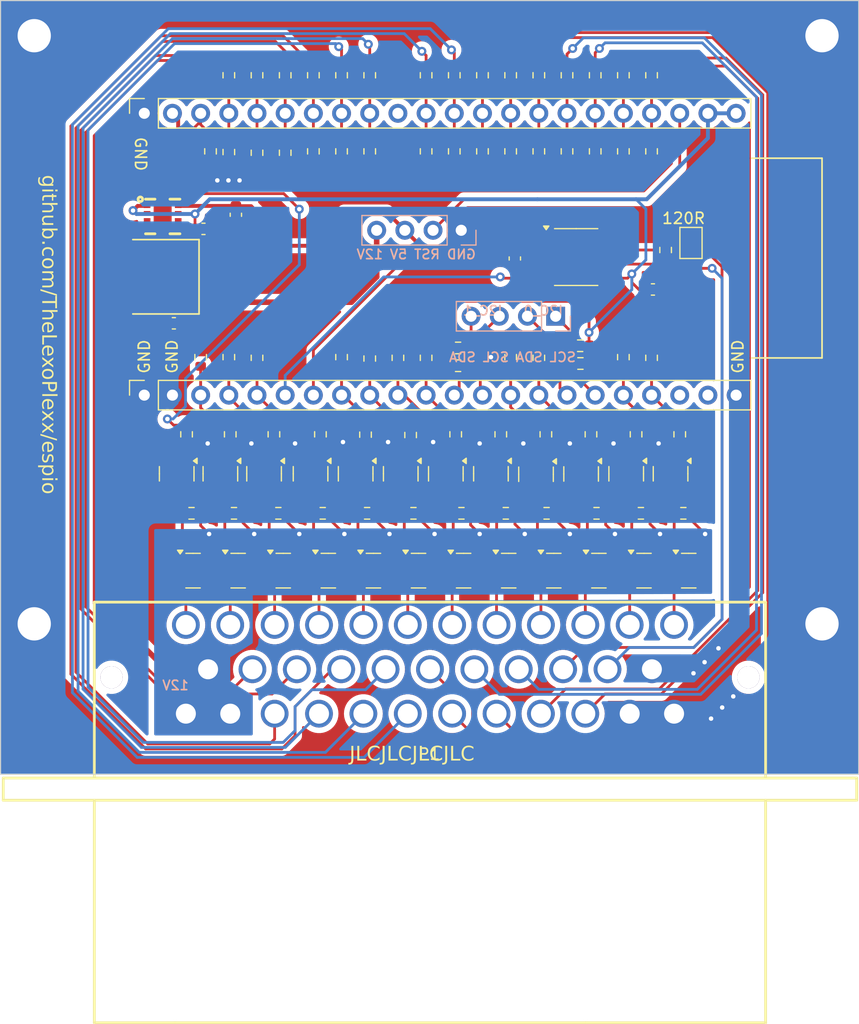
<source format=kicad_pcb>
(kicad_pcb (version 20240108) (generator "pcbnew") (generator_version "8.0")
  (layers (0 "F.Cu" signal) (31 "B.Cu" signal) (34 "B.Paste" user) (35 "F.Paste" user) (36 "B.SilkS" user "B.Silkscreen") (37 "F.SilkS" user "F.Silkscreen") (38 "B.Mask" user) (39 "F.Mask" user) (44 "Edge.Cuts" user))
  (net 0 "")
  (net 1 "+3V3")
  (net 2 "GND")
  (net 3 "+5V")
  (net 4 "CAN_L")
  (net 5 "CAN_H")
  (net 6 "Net-(Q1-C)")
  (net 7 "Net-(Q1-B)")
  (net 8 "/SwitchingNode10/SN_OUT")
  (net 9 "+12V")
  (net 10 "Net-(Q3-C)")
  (net 11 "Net-(Q3-B)")
  (net 12 "/SwitchingNode9/SN_OUT")
  (net 13 "Net-(Q5-B)")
  (net 14 "Net-(Q5-C)")
  (net 15 "/SwitchingNode1/SN_OUT")
  (net 16 "Net-(JP1-B)")
  (net 17 "Net-(Q7-C)")
  (net 18 "IN_0")
  (net 19 "Net-(Q7-B)")
  (net 20 "IN_1")
  (net 21 "/SwitchingNode12/SN_OUT")
  (net 22 "IN_2")
  (net 23 "Net-(Q10-G)")
  (net 24 "IN_3")
  (net 25 "Net-(Q9-B)")
  (net 26 "IN_4")
  (net 27 "/SwitchingNode8/SN_OUT")
  (net 28 "IN_5")
  (net 29 "Net-(Q11-B)")
  (net 30 "IN_6")
  (net 31 "Net-(Q11-C)")
  (net 32 "IN_7")
  (net 33 "/SwitchingNode11/SN_OUT")
  (net 34 "IN_8")
  (net 35 "Net-(Q13-C)")
  (net 36 "IN_9")
  (net 37 "Net-(Q13-B)")
  (net 38 "IN_10")
  (net 39 "/SwitchingNode7/SN_OUT")
  (net 40 "IN_11")
  (net 41 "Net-(Q15-B)")
  (net 42 "IN_12")
  (net 43 "Net-(Q15-C)")
  (net 44 "IN_13")
  (net 45 "/SwitchingNode5/SN_OUT")
  (net 46 "IN_14")
  (net 47 "Net-(Q17-B)")
  (net 48 "CAN_RX")
  (net 49 "CAN_TX")
  (net 50 "NC_RST")
  (net 51 "Net-(Q17-C)")
  (net 52 "/SwitchingNode4/SN_OUT")
  (net 53 "Net-(Q19-B)")
  (net 54 "Net-(Q19-C)")
  (net 55 "/SwitchingNode3/SN_OUT")
  (net 56 "Net-(Q21-C)")
  (net 57 "Net-(Q21-B)")
  (net 58 "Net-(U2-13)")
  (net 59 "Net-(U2-12)")
  (net 60 "Net-(U2-11)")
  (net 61 "Net-(U2-10)")
  (net 62 "Net-(U2-9)")
  (net 63 "Net-(U2-46)")
  (net 64 "Net-(U2-18)")
  (net 65 "Net-(U2-17)")
  (net 66 "Net-(U2-16)")
  (net 67 "Net-(U2-6)")
  (net 68 "Net-(U2-5)")
  (net 69 "Net-(U2-4)")
  (net 70 "/SwitchingNode2/SN_OUT")
  (net 72 "I2C1_SDA")
  (net 73 "I2C1_SCL")
  (net 74 "I2C0_SDA")
  (net 75 "I2C0_SCL")
  (net 80 "Net-(Q23-C)")
  (net 81 "Net-(Q23-B)")
  (net 82 "/SwitchingNode6/SN_OUT")
  (net 83 "Net-(R15-Pad2)")
  (net 84 "SN_IN_12")
  (net 85 "/SwitchingNode5/SN_IN")
  (net 86 "/SwitchingNode10/SN_IN")
  (net 87 "/SwitchingNode4/SN_IN")
  (net 88 "/SwitchingNode8/SN_IN")
  (net 89 "/SwitchingNode7/SN_IN")
  (net 90 "/SwitchingNode11/SN_IN")
  (net 93 "/SwitchingNode2/SN_IN")
  (net 94 "/SwitchingNode3/SN_IN")
  (net 95 "/SwitchingNode9/SN_IN")
  (net 96 "/SwitchingNode1/SN_IN")
  (net 97 "/SwitchingNode6/SN_IN")
  (net 98 "Net-(R39-Pad2)")
  (net 99 "Net-(R41-Pad2)")
  (footprint "Resistor_SMD:R_0603_1608Metric" (layer "F.Cu") (at 152.019 75.565 -90)
    (property "Reference" "R39" (hide yes))
    (property "Value" "33k")
  )
  (footprint "Resistor_SMD:R_0603_1608Metric" (layer "F.Cu") (at 146.939 82.423 -90)
    (property "Reference" "R44" (hide yes))
    (property "Value" "6k8")
  )
  (footprint "Resistor_SMD:R_0603_1608Metric" (layer "F.Cu") (at 131.699 100.965 -90)
    (property "Reference" "R9" (hide yes))
    (property "Value" "10k")
  )
  (footprint "Resistor_SMD:R_0603_1608Metric" (layer "F.Cu") (at 139.319 82.423 -90)
    (property "Reference" "R16" (hide yes))
    (property "Value" "6k8")
  )
  (footprint "Resistor_SMD:R_0603_1608Metric" (layer "F.Cu") (at 136.779 101.029 -90)
    (property "Reference" "R7" (hide yes))
    (property "Value" "10k")
  )
  (footprint "Resistor_SMD:R_0603_1608Metric" (layer "F.Cu") (at 139.319 75.565 -90)
    (property "Reference" "R15" (hide yes))
    (property "Value" "33k")
  )
  (footprint "Capacitor_SMD:C_0603_1608Metric" (layer "F.Cu") (at 119.253 89.408)
    (property "Reference" "C4" (hide yes))
    (property "Value" "1uF")
  )
  (footprint "Resistor_SMD:R_0603_1608Metric" (layer "F.Cu") (at 134.002 115.04)
    (property "Reference" "R62" (hide yes))
    (property "Value" "10k")
  )
  (footprint "Package_TO_SOT_SMD:SOT-23" (layer "F.Cu") (at 130.5075 120.206)
    (property "Reference" "Q18" (hide yes))
    (property "Value" "IRLML6402")
  )
  (footprint "Package_TO_SOT_SMD:SOT-23" (layer "F.Cu") (at 146.7635 120.206)
    (property "Reference" "Q10" (hide yes))
    (property "Value" "IRLML6402")
  )
  (footprint "Resistor_SMD:R_0603_1608Metric" (layer "F.Cu") (at 134.239 101.092 -90)
    (property "Reference" "R8" (hide yes))
    (property "Value" "10k")
  )
  (footprint "Resistor_SMD:R_0603_1608Metric" (layer "F.Cu") (at 154.677 115.04)
    (property "Reference" "R31" (hide yes))
    (property "Value" "10k")
  )
  (footprint "Resistor_SMD:R_0603_1608Metric" (layer "F.Cu") (at 154.559 75.565 -90)
    (property "Reference" "R37" (hide yes))
    (property "Value" "33k")
  )
  (footprint "Package_TO_SOT_SMD:SOT-23" (layer "F.Cu") (at 158.9555 120.206)
    (property "Reference" "Q4" (hide yes))
    (property "Value" "IRLML6402")
  )
  (footprint "Resistor_SMD:R_0603_1608Metric" (layer "F.Cu") (at 149.479 75.565 -90)
    (property "Reference" "R41" (hide yes))
    (property "Value" "33k")
  )
  (footprint "Capacitor_SMD:C_0603_1608Metric" (layer "F.Cu") (at 116.586 97.917)
    (property "Reference" "C3" (hide yes))
    (property "Value" "0.33uF")
  )
  (footprint "Resistor_SMD:R_0603_1608Metric" (layer "F.Cu") (at 154.178 107.9215 -90)
    (property "Reference" "R19" (hide yes))
    (property "Value" "100R")
  )
  (footprint "Package_SO:SOIC-8_3.9x4.9mm_P1.27mm" (layer "F.Cu") (at 152.843 91.948)
    (property "Reference" "U1" (hide yes))
    (property "Value" "MCP2562-E-SN")
  )
  (footprint "Resistor_SMD:R_0603_1608Metric" (layer "F.Cu") (at 150.114 107.9215 -90)
    (property "Reference" "R20" (hide yes))
    (property "Value" "100R")
  )
  (footprint "Capacitor_SMD:C_0603_1608Metric" (layer "F.Cu") (at 122.174 88.138 -90)
    (property "Reference" "C5" (hide yes))
    (property "Value" "1uF")
  )
  (footprint "Resistor_SMD:R_0603_1608Metric" (layer "F.Cu") (at 142.202 101.74 180)
    (property "Reference" "R68" (hide yes))
    (property "Value" "2k7")
  )
  (footprint "Connector_PinSocket_2.54mm:PinSocket_1x22_P2.54mm_Vertical" (layer "F.Cu") (at 113.919 104.392 90)
    (property "Reference" "U3" (hide yes))
    (property "Value" "~" (hide yes))
  )
  (footprint "Resistor_SMD:R_0603_1608Metric" (layer "F.Cu") (at 159.639 82.423 -90)
    (property "Reference" "R34" (hide yes))
    (property "Value" "6k8")
  )
  (footprint "Resistor_SMD:R_0603_1608Metric" (layer "F.Cu") (at 146.502 115.04)
    (property "Reference" "R59" (hide yes))
    (property "Value" "10k")
  )
  (footprint "Package_TO_SOT_SMD:SOT-23" (layer "F.Cu") (at 141.097 111.4775 -90)
    (property "Reference" "Q11" (hide yes))
    (property "Value" "BC817")
  )
  (footprint "Resistor_SMD:R_0603_1608Metric" (layer "F.Cu") (at 133.858 107.9525 -90)
    (property "Reference" "R24" (hide yes))
    (property "Value" "100R")
  )
  (footprint "Resistor_SMD:R_0603_1608Metric" (layer "F.Cu") (at 162.179 107.9215 -90)
    (property "Reference" "R1" (hide yes))
    (property "Value" "100R")
  )
  (footprint "lcsc:CONN-TH_35P-P4.00_K776180WR-2" (layer "F.Cu") (at 139.667 129.095)
    (property "Reference" "P1")
    (property "Value" "K776180WR-2")
  )
  (footprint "Resistor_SMD:R_0603_1608Metric" (layer "F.Cu") (at 144.399 82.423 -90)
    (property "Reference" "R46" (hide yes))
    (property "Value" "6k8")
  )
  (footprint "Resistor_SMD:R_0603_1608Metric" (layer "F.Cu") (at 119.888 82.423 90)
    (property "Reference" "R17" (hide yes))
    (property "Value" "10k")
  )
  (footprint "Resistor_SMD:R_0603_1608Metric" (layer "F.Cu") (at 157.099 75.565 -90)
    (property "Reference" "R35" (hide yes))
    (property "Value" "33k")
  )
  (footprint "Resistor_SMD:R_0603_1608Metric" (layer "F.Cu") (at 129.159 75.565 -90)
    (property "Reference" "R55" (hide yes))
    (property "Value" "33k")
  )
  (footprint "Package_TO_SOT_SMD:SOT-23" (layer "F.Cu") (at 154.8915 120.206)
    (property "Reference" "Q6" (hide yes))
    (property "Value" "IRLML6402")
  )
  (footprint "Resistor_SMD:R_0603_1608Metric" (layer "F.Cu") (at 142.502 115.04)
    (property "Reference" "R60" (hide yes))
    (property "Value" "10k")
  )
  (footprint "Resistor_SMD:R_0603_1608Metric" (layer "F.Cu") (at 160.906 91.313 -90)
    (property "Reference" "R63" (hide yes))
    (property "Value" "120R")
  )
  (footprint "Resistor_SMD:R_0603_1608Metric" (layer "F.Cu") (at 150.177 115.04)
    (property "Reference" "R32" (hide yes))
    (property "Value" "10k")
  )
  (footprint "Package_TO_SOT_SMD:SOT-23" (layer "F.Cu") (at 118.3155 120.206)
    (property "Reference" "Q24" (hide yes))
    (property "Value" "IRLML6402")
  )
  (footprint "Resistor_SMD:R_0603_1608Metric" (layer "F.Cu") (at 141.986 107.9215 -90)
    (property "Reference" "R22" (hide yes))
    (property "Value" "100R")
  )
  (footprint "Package_TO_SOT_SMD:SOT-23" (layer "F.Cu") (at 142.6995 120.206)
    (property "Reference" "Q12" (hide yes))
    (property "Value" "IRLML6402")
  )
  (footprint "lcsc:VDFN-8_L3.0-W3.0-P0.65-BL-EP" (layer "F.Cu") (at 115.573 88.311 -90)
    (property "Reference" "U5" (hide yes))
    (property "Value" "NCV8705MW33TCG")
  )
  (footprint "Resistor_SMD:R_0603_1608Metric" (layer "F.Cu") (at 139.319 101.029 -90)
    (property "Reference" "R6" (hide yes))
    (property "Value" "10k")
  )
  (footprint "Resistor_SMD:R_0603_1608Metric" (layer "F.Cu") (at 157.099 82.423 -90)
    (property "Reference" "R36" (hide yes))
    (property "Value" "6k8")
  )
  (footprint "Connector_PinSocket_2.54mm:PinSocket_1x22_P2.54mm_Vertical" (layer "F.Cu") (at 113.919 78.994 90)
    (property "Reference" "U2" (hide yes))
    (property "Value" "~")
  )
  (footprint "Resistor_SMD:R_0603_1608Metric" (layer "F.Cu") (at 142.202 100.14 180)
    (property "Reference" "R69" (hide yes))
    (property "Value" "2k7")
  )
  (footprint "Resistor_SMD:R_0603_1608Metric" (layer "F.Cu") (at 153.227 101.54)
    (property "Reference" "R71" (hide yes))
    (property "Value" "2k7")
  )
  (footprint "Resistor_SMD:R_0603_1608Metric" (layer "F.Cu") (at 134.239 82.423 -90)
    (property "Reference" "R13" (hide yes))
    (property "Value" "6k8")
  )
  (footprint "Resistor_SMD:R_0603_1608Metric" (layer "F.Cu") (at 121.539 75.565 -90)
    (property "Reference" "R49" (hide yes))
    (property "Value" "33k")
  )
  (footprint "Resistor_SMD:R_0603_1608Metric" (layer "F.Cu") (at 138.177 115.04)
    (property "Reference" "R61" (hide yes))
    (property "Value" "10k")
  )
  (footprint "Resistor_SMD:R_0603_1608Metric" (layer "F.Cu") (at 154.559 82.423 -90)
    (property "Reference" "R38" (hide yes))
    (property "Value" "6k8")
  )
  (footprint "Resistor_SMD:R_0603_1608Metric" (layer "F.Cu") (at 144.399 75.565 -90)
    (property "Reference" "R45" (hide yes))
    (property "Value" "33k")
  )
  (footprint "Package_TO_SOT_SMD:SOT-23" (layer "F.Cu") (at 137.033 111.4775 -90)
    (property "Reference" "Q13" (hide yes))
    (property "Value" "BC817")
  )
  (footprint "Resistor_SMD:R_0603_1608Metric" (layer "F.Cu") (at 126.002 115.04)
    (property "Reference" "R65" (hide yes))
    (property "Value" "10k")
  )
  (footprint "Resistor_SMD:R_0603_1608Metric" (layer "F.Cu") (at 117.729 107.9215 -90)
    (property "Reference" "R28" (hide yes))
    (property "Value" "100R")
  )
  (footprint "Resistor_SMD:R_0603_1608Metric" (layer "F.Cu") (at 159.639 75.565 -90)
    (property "Reference" "R33" (hide yes))
    (property "Value" "33k")
  )
  (footprint "Package_TO_SOT_SMD:SOT-23" (layer "F.Cu") (at 150.8275 120.206)
    (property "Reference" "Q8" (hide yes))
    (property "Value" "IRLML6402")
  )
  (footprint "Resistor_SMD:R_0603_1608Metric" (layer "F.Cu") (at 118.177 115.04)
    (property "Reference" "R67" (hide yes))
    (property "Value" "10k")
  )
  (footprint "Package_TO_SOT_SMD:SOT-23" (layer "F.Cu") (at 124.714 111.4775 -90)
    (property "Reference" "Q19" (hide yes))
    (property "Value" "BC817")
  )
  (footprint "Package_TO_SOT_SMD:SOT-23" (layer "F.Cu") (at 153.289 111.493 -90)
    (property "Reference" "Q5" (hide yes))
    (property "Value" "BC817")
  )
  (footprint "Package_TO_SOT_SMD:SOT-23" (layer "F.Cu") (at 134.5715 120.206)
    (property "Reference" "Q16" (hide yes))
    (property "Value" "IRLML6402")
  )
  (footprint "Resistor_SMD:R_0603_1608Metric" (layer "F.Cu") (at 153.202 99.94)
    (property "Reference" "R70" (hide yes))
    (property "Value" "2k7")
  )
  (footprint "Resistor_SMD:R_0603_1608Metric" (layer "F.Cu") (at 130.002 115.04)
    (property "Reference" "R64" (hide yes))
    (property "Value" "10k")
  )
  (footprint "Package_TO_SOT_SMD:SOT-23" (layer "F.Cu") (at 145.161 111.4775 -90)
    (property "Reference" "Q9" (hide yes))
    (property "Value" "BC817")
  )
  (footprint "Jumper:SolderJumper-2_P1.3mm_Open_Pad1.0x1.5mm" (layer "F.Cu") (at 163.192 90.678 90)
    (property "Reference" "JP1" (hide yes))
    (property "Value" "Jumper_2_Open")
  )
  (footprint "Resistor_SMD:R_0603_1608Metric" (layer "F.Cu") (at 157.099 100.965 -90)
    (property "Reference" "R3" (hide yes))
    (property "Value" "10k")
  )
  (footprint "Resistor_SMD:R_0603_1608Metric" (layer "F.Cu") (at 149.479 82.423 -90)
    (property "Reference" "R42" (hide yes))
    (property "Value" "6k8")
  )
  (footprint "Resistor_SMD:R_0603_1608Metric" (layer "F.Cu") (at 129.794 107.9215 -90)
    (property "Reference" "R25" (hide yes))
    (property "Value" "100R")
  )
  (footprint "Resistor_SMD:R_0603_1608Metric" (layer "F.Cu") (at 159.639 101.029 -90)
    (property "Reference" "R2" (hide yes))
    (property "Value" "10k")
  )
  (footprint "Resistor_SMD:R_0603_1608Metric" (layer "F.Cu") (at 141.859 82.423 -90)
    (property "Reference" "R48" (hide yes))
    (property "Value" "6k8")
  )
  (footprint "Package_TO_SOT_SMD:SOT-23" (layer "F.Cu") (at 132.969 111.4775 -90)
    (property "Reference" "Q15" (hide yes))
    (property "Value" "BC817")
  )
  (footprint "Resistor_SMD:R_0603_1608Metric" (layer "F.Cu") (at 146.939 75.565 -90)
    (property "Reference" "R43" (hide yes))
    (property "Value" "33k")
  )
  (footprint "lcsc:TO-252-2_L6.6-W6.1-P4.58-LS9.9-TL" (layer "F.Cu") (at 117.475 93.726 180)
    (property "Reference" "U4" (hide yes))
    (property "Value" "NCV7805BDTRKG")
  )
  (footprint "Resistor_SMD:R_0603_1608Metric" (layer "F.Cu") (at 126.619 75.565 -90)
    (property "Reference" "R53" (hide yes))
    (property "Value" "33k")
  )
  (footprint "Package_TO_SOT_SMD:SOT-23" (layer "F.Cu") (at 149.225 111.521 -90)
    (property "Reference" "Q7" (hide yes))
    (property "Value" "BC817")
  )
  (footprint "Resistor_SMD:R_0603_1608Metric" (layer "F.Cu") (at 141.859 75.565 -90)
    (property "Reference" "R47" (hide yes))
    (property "Value" "33k")
  )
  (footprint "Resistor_SMD:R_0603_1608Metric" (layer "F.Cu") (at 122.002 115.04)
    (property "Reference" "R66" (hide yes))
    (property "Value" "10k")
  )
  (footprint "Resistor_SMD:R_0603_1608Metric" (layer "F.Cu") (at 124.079 82.55 -90)
    (property "Reference" "R52" (hide yes))
    (property "Value" "6k8")
  )
  (footprint "Resistor_SMD:R_0603_1608Metric" (layer "F.Cu") (at 121.539 100.965 -90)
    (property "Reference" "R11" (hide yes))
    (property "Value" "10k")
  )
  (footprint "Resistor_SMD:R_0603_1608Metric" (layer "F.Cu") (at 149.479 101.029 -90)
    (property "Reference" "R4" (hide yes))
    (property "Value" "10k")
  )
  (footprint "Package_TO_SOT_SMD:SOT-23" (layer "F.Cu") (at 161.351 111.4775 -90)
    (property "Reference" "Q1" (hide yes))
    (property "Value" "BC817")
  )
  (footprint "Resistor_SMD:R_0603_1608Metric" (layer "F.Cu") (at 158.677 115.04)
    (property "Reference" "R30" (hide yes))
    (property "Value" "10k")
  )
  (footprint "Package_TO_SOT_SMD:SOT-23" (layer "F.Cu") (at 126.4435 120.206)
    (property "Reference" "Q20" (hide yes))
    (property "Value" "IRLML6402")
  )
  (footprint "Resistor_SMD:R_0603_1608Metric" (layer "F.Cu") (at 129.159 82.423 -90)
    (property "Reference" "R56" (hide yes))
    (property "Value" "6k8")
  )
  (footprint "Package_TO_SOT_SMD:SOT-23" (layer "F.Cu") (at 122.3795 120.206)
    (property "Reference" "Q22" (hide yes))
    (property "Value" "IRLML6402")
  )
  (footprint "Package_TO_SOT_SMD:SOT-23" (layer "F.Cu") (at 128.905 111.4775 -90)
    (property "Reference" "Q17" (hide yes))
    (property "Value" "BC817")
  )
  (footprint "Resistor_SMD:R_0603_1608Metric" (layer "F.Cu") (at 137.922 107.9855 -90)
    (property "Reference" "R23" (hide yes))
    (property "Value" "100R")
  )
  (footprint "Resistor_SMD:R_0603_1608Metric" (layer "F.Cu") (at 131.699 82.423 -90)
    (property "Reference" "R58" (hide yes))
    (property "Value" "6k8")
  )
  (footprint "Resistor_SMD:R_0603_1608Metric" (layer "F.Cu") (at 146.939 100.965 -90)
    (property "Reference" "R5" (hide yes))
    (property "Value" "10k")
  )
  (footprint "Resistor_SMD:R_0603_1608Metric" (layer "F.Cu") (at 124.079 101.029 -90)
    (property "Reference" "R10" (hide yes))
    (property "Value" "10k")
  )
  (footprint "Capacitor_SMD:C_0603_1608Metric" (layer "F.Cu") (at 147.317 92.075 90)
    (property "Reference" "C2" (hide yes))
    (property "Value" "0.1uF")
  )
  (footprint "Resistor_SMD:R_0603_1608Metric" (layer "F.Cu") (at 121.666 107.9215 -90)
    (property "Reference" "R27" (hide yes))
    (property "Value" "100R")
  )
  (footprint "Resistor_SMD:R_0603_1608Metric" (layer "F.Cu") (at 158.242 107.9215 -90)
    (property "Reference" "R18" (hide yes))
    (property "Value" "100R")
  )
  (footprint "Resistor_SMD:R_0603_1608Metric" (layer "F.Cu") (at 125.603 107.9215 -90)
    (property "Reference" "R26" (hide yes))
    (property "Value" "100R")
  )
  (footprint "Capacitor_SMD:C_0603_1608Metric" (layer "F.Cu") (at 159.763 94.869)
    (property "Reference" "C1" (hide yes))
    (property "Value" "0.1uF")
  )
  (footprint "Resistor_SMD:R_0603_1608Metric" (layer "F.Cu") (at 124.079 75.565 -90)
    (property "Reference" "R51" (hide yes))
    (property "Value" "33k")
  )
  (footprint "Package_TO_SOT_SMD:SOT-23" (layer "F.Cu") (at 116.84 111.4775 -90)
    (property "Reference" "Q23" (hide yes))
    (property "Value" "BC817")
  )
  (footprint "Package_TO_SOT_SMD:SOT-23" (layer "F.Cu") (at 138.6355 120.206)
    (property "Reference" "Q14" (hide yes))
    (property "Value" "IRLML6402")
  )
  (footprint "Resistor_SMD:R_0603_1608Metric" (layer "F.Cu") (at 121.539 82.486 -90)
    (property "Reference" "R50" (hide yes))
    (property "Value" "6k8")
  )
  (footprint "Resistor_SMD:R_0603_1608Metric" (layer "F.Cu") (at 162.502 115.04)
    (property "Reference" "R29" (hide yes))
    (property "Value" "10k")
  )
  (footprint "Package_TO_SOT_SMD:SOT-23" (layer "F.Cu") (at 120.777 111.4775 -90)
    (property "Reference" "Q21" (hide yes))
    (property "Value" "BC817")
  )
  (footprint "Package_TO_SOT_SMD:SOT-23" (layer "F.Cu") (at 157.353 111.4775 -90)
    (property "Reference" "Q3" (hide yes))
    (property "Value" "BC817")
  )
  (footprint "Resistor_SMD:R_0603_1608Metric" (layer "F.Cu") (at 131.699 75.565 -90)
    (property "Reference" "R57" (hide yes))
    (property "Value" "33k")
  )
  (footprint "Resistor_SMD:R_0603_1608Metric" (layer "F.Cu") (at 126.619 82.55 -90)
    (property "Reference" "R54" (hide yes))
    (property "Value" "6k8")
  )
  (footprint "Resistor_SMD:R_0603_1608Metric" (layer "F.Cu") (at 152.019 82.423 -90)
    (property "Reference" "R40" (hide yes))
    (property "Value" "6k8")
  )
  (footprint "Package_TO_SOT_SMD:SOT-23" (layer "F.Cu") (at 162.9895 120.206)
    (property "Reference" "Q2" (hide yes))
    (property "Value" "IRLML6402")
  )
  (footprint "Resistor_SMD:R_0603_1608Metric" (layer "F.Cu") (at 146.05 107.9215 -90)
    (property "Reference" "R21" (hide yes))
    (property "Value" "100R")
  )
  (footprint "Resistor_SMD:R_0603_1608Metric" (layer "F.Cu") (at 134.239 75.565 -90)
    (property "Reference" "R14" (hide yes))
    (property "Value" "33k")
  )
  (footprint "Resistor_SMD:R_0603_1608Metric" (layer "F.Cu") (at 118.999 100.965 -90)
    (property "Reference" "R12" (hide yes))
    (property "Value" "10k")
  )
  (footprint "Connector_PinHeader_2.54mm:PinHeader_1x04_P2.54mm_Vertical" (layer "B.Cu") (at 150.993 97.282 90)
    (property "Reference" "J2" (hide yes))
    (property "Value" "Conn_I2C")
  )
  (footprint "Connector_PinHeader_2.54mm:PinHeader_1x04_P2.54mm_Vertical" (layer "B.Cu") (at 142.484 89.535 90)
    (property "Reference" "J1" (hide yes))
    (property "Value" "Conn_DEBUG")
  )
  (gr_line (start 168.652 101.04) (end 175.002 101.04) (stroke (width 0.15)) (layer "F.SilkS"))
  (gr_line (start 168.652 83.04) (end 175.002 83.04) (stroke (width 0.15)) (layer "F.SilkS"))
  (gr_line (start 175.002 83.04) (end 175.002 101.04) (stroke (width 0.15)) (layer "F.SilkS"))
  (gr_rect (start 100.965 68.834) (end 178.308 138.557) (stroke (width 0.1)) (fill none) (layer "Edge.Cuts"))
  (gr_text "  I2C_0   I2C_1" (at 153.035 97.282 0) (layer "B.SilkS") (effects (font (size 0.85 0.85)) (justify left bottom mirror)))
  (gr_text "GND RST 5V 12V" (at 143.891 92.202 0) (layer "B.SilkS") (effects (font (size 0.85 0.85)) (justify left bottom mirror)))
  (gr_text "SCL SDA SCL SDA" (at 152.908 101.473 0) (layer "B.SilkS") (effects (font (size 0.85 0.85)) (justify left bottom mirror)))
  (gr_text "12V" (at 118.002 131.04 0) (layer "B.SilkS") (effects (font (size 0.85 0.85)) (justify left bottom mirror)))
  (gr_text "GND" (at 113.002 81.04 -90) (layer "F.SilkS") (effects (font (size 1 1)) (justify left bottom)))
  (gr_text "120R" (at 160.502 89.04 0) (layer "F.SilkS") (effects (font (size 1 1)) (justify left bottom)))
  (gr_text "github.com/TheLexoPlexx/espio" (at 104.502 84.54 -90) (layer "F.SilkS") (effects (font (size 1.3 1.3)) (justify left bottom)))
  (gr_text "GND" (at 114.502 102.54 90) (layer "F.SilkS") (effects (font (size 1 1)) (justify left bottom)))
  (gr_text "GND" (at 168.002 102.54 90) (layer "F.SilkS") (effects (font (size 1 1)) (justify left bottom)))
  (gr_text "GND" (at 117.002 102.54 90) (layer "F.SilkS") (effects (font (size 1 1)) (justify left bottom)))
  (gr_text "JLCJLCJLCJLC" (at 132.402 137.54 0) (layer "F.SilkS") (effects (font (size 1.3 1.3)) (justify left bottom)))
  (segment (start 158.988 94.869) (end 158.493 94.869) (width 0.25) (layer "F.Cu") (net 1))
  (segment (start 112.903 87.757) (end 113.319 87.341) (width 0.35) (layer "F.Cu") (net 1))
  (segment (start 154.052 99.965) (end 154.027 99.94) (width 0.25) (layer "F.Cu") (net 1))
  (segment (start 113.319 87.341) (end 114.173 87.341) (width 0.35) (layer "F.Cu") (net 1))
  (segment (start 152.202 95.94) (end 142.602 95.94) (width 0.25) (layer "F.Cu") (net 1))
  (segment (start 157.858 94.234) (end 157.858 93.472) (width 0.25) (layer "F.Cu") (net 1))
  (segment (start 118.351 89.281) (end 118.478 89.408) (width 0.25) (layer "F.Cu") (net 1))
  (segment (start 154.002 97.74) (end 152.202 95.94) (width 0.25) (layer "F.Cu") (net 1))
  (segment (start 118.491 88.066) (end 118.491 89.395) (width 0.25) (layer "F.Cu") (net 1))
  (segment (start 154.002 98.74) (end 154.002 99.915) (width 0.25) (layer "F.Cu") (net 1))
  (segment (start 158.493 94.869) (end 157.858 94.234) (width 0.25) (layer "F.Cu") (net 1))
  (segment (start 154.002 99.915) (end 154.027 99.94) (width 0.25) (layer "F.Cu") (net 1))
  (segment (start 142.602 95.94) (end 141.377 97.165) (width 0.25) (layer "F.Cu") (net 1))
  (segment (start 154.002 98.74) (end 154.002 97.74) (width 0.25) (layer "F.Cu") (net 1))
  (segment (start 141.377 97.165) (end 141.377 100.14) (width 0.25) (layer "F.Cu") (net 1))
  (segment (start 157.477 93.853) (end 155.318 93.853) (width 0.25) (layer "F.Cu") (net 1))
  (segment (start 118.491 89.395) (end 118.478 89.408) (width 0.25) (layer "F.Cu") (net 1))
  (segment (start 118.491 88.066) (end 118.478 88.079) (width 0.25) (layer "F.Cu") (net 1))
  (segment (start 116.973 89.281) (end 118.351 89.281) (width 0.25) (layer "F.Cu") (net 1))
  (segment (start 141.377 101.74) (end 141.377 100.14) (width 0.25) (layer "F.Cu") (net 1))
  (segment (start 157.858 93.472) (end 157.477 93.853) (width 0.25) (layer "F.Cu") (net 1))
  (segment (start 154.052 101.54) (end 154.052 99.965) (width 0.25) (layer "F.Cu") (net 1))
  (via (at 157.858 93.472) (size 0.8) (drill 0.4) (layers "F.Cu" "B.Cu") (net 1))
  (via (at 118.491 88.066) (size 0.8) (drill 0.4) (layers "F.Cu" "B.Cu") (net 1))
  (via (at 112.903 87.757) (size 0.8) (drill 0.4) (layers "F.Cu" "B.Cu") (net 1))
  (via (at 154.002 98.74) (size 0.8) (drill 0.4) (layers "F.Cu" "B.Cu") (net 1))
  (segment (start 149.352 86.741) (end 119.816 86.741) (width 0.35) (layer "B.Cu") (net 1))
  (segment (start 118.491 88.066) (end 113.212 88.066) (width 0.35) (layer "B.Cu") (net 1))
  (segment (start 157.858 93.472) (end 159.128 92.202) (width 0.25) (layer "B.Cu") (net 1))
  (segment (start 167.259 78.994) (end 164.719 78.994) (width 0.35) (layer "B.Cu") (net 1))
  (segment (start 159.201 86.741) (end 158.242 86.741) (width 0.35) (layer "B.Cu") (net 1))
  (segment (start 159.128 92.202) (end 159.128 87.627) (width 0.25) (layer "B.Cu") (net 1))
  (segment (start 113.212 88.066) (end 112.903 87.757) (width 0.35) (layer "B.Cu") (net 1))
  (segment (start 164.719 78.994) (end 164.719 81.223) (width 0.35) (layer "B.Cu") (net 1))
  (segment (start 154.002 98.74) (end 157.858 94.884) (width 0.25) (layer "B.Cu") (net 1))
  (segment (start 158.242 86.741) (end 149.352 86.741) (width 0.35) (layer "B.Cu") (net 1))
  (segment (start 157.858 94.884) (end 157.858 93.472) (width 0.25) (layer "B.Cu") (net 1))
  (segment (start 159.128 87.627) (end 158.242 86.741) (width 0.25) (layer "B.Cu") (net 1))
  (segment (start 119.816 86.741) (end 118.491 88.066) (width 0.35) (layer "B.Cu") (net 1))
  (segment (start 164.719 81.223) (end 159.201 86.741) (width 0.35) (layer "B.Cu") (net 1))
  (segment (start 165.354 131.892) (end 165.354 129.392) (width 0.65) (layer "F.Cu") (net 2))
  (segment (start 164.211 130.249) (end 163.416653 129.454653) (width 0.65) (layer "F.Cu") (net 2))
  (segment (start 165.354 129.392) (end 164.416653 128.454653) (width 0.65) (layer "F.Cu") (net 2))
  (segment (start 114.055 93.726) (end 115.57 92.211) (width 0.25) (layer "F.Cu") (net 2))
  (segment (start 165.002 133.54) (end 164.211 132.749) (width 0.65) (layer "F.Cu") (net 2))
  (segment (start 164.211 132.749) (end 164.211 130.249) (width 0.65) (layer "F.Cu") (net 2))
  (segment (start 166.497 128.035) (end 166.497 131.035) (width 0.65) (layer "F.Cu") (net 2))
  (segment (start 166.002 132.54) (end 165.354 131.892) (width 0.65) (layer "F.Cu") (net 2))
  (segment (start 150.368 91.313) (end 147.33 91.313) (width 0.25) (layer "F.Cu") (net 2))
  (segment (start 147.33 91.313) (end 147.317 91.3) (width 0.25) (layer "F.Cu") (net 2))
  (segment (start 166.497 131.035) (end 167.002 131.54) (width 0.65) (layer "F.Cu") (net 2))
  (segment (start 165.666653 127.204653) (end 166.497 128.035) (width 0.65) (layer "F.Cu") (net 2))
  (via (at 122.502 85.04) (size 0.8) (drill 0.4) (layers "F.Cu" "B.Cu") (net 2))
  (via (at 165.002 133.54) (size 0.8) (drill 0.4) (layers "F.Cu" "B.Cu") (net 2))
  (via (at 123.571 108.7465) (size 0.8) (drill 0.4) (layers "F.Cu" "B.Cu") (net 2))
  (via (at 160.274 108.7465) (size 0.8) (drill 0.4) (layers "F.Cu" "B.Cu") (net 2))
  (via (at 120.502 85.04) (size 0.8) (drill 0.4) (layers "F.Cu" "B.Cu") (net 2))
  (via (at 164.416653 128.454653) (size 0.8) (drill 0.4) (layers "F.Cu" "B.Cu") (net 2))
  (via (at 119.634 108.7465) (size 0.8) (drill 0.4) (layers "F.Cu" "B.Cu") (net 2))
  (via (at 165.666653 127.204653) (size 0.8) (drill 0.4) (layers "F.Cu" "B.Cu") (net 2))
  (via (at 104 72) (size 3.2) (drill 3) (layers "F.Cu" "B.Cu") (net 2))
  (via (at 127.508 108.7465) (size 0.8) (drill 0.4) (layers "F.Cu" "B.Cu") (net 2))
  (via (at 139.954 108.6195) (size 0.8) (drill 0.4) (layers "F.Cu" "B.Cu") (net 2))
  (via (at 145.161 100.965) (size 0.8) (drill 0.4) (layers "F.Cu" "B.Cu") (net 2))
  (via (at 131.826 108.6195) (size 0.8) (drill 0.4) (layers "F.Cu" "B.Cu") (net 2))
  (via (at 166.002 132.54) (size 0.8) (drill 0.4) (layers "F.Cu" "B.Cu") (net 2))
  (via (at 175 72) (size 3.2) (drill 3) (layers "F.Cu" "B.Cu") (net 2))
  (via (at 148.082 108.7465) (size 0.8) (drill 0.4) (layers "F.Cu" "B.Cu") (net 2))
  (via (at 167.002 131.54) (size 0.8) (drill 0.4) (layers "F.Cu" "B.Cu") (net 2))
  (via (at 135.89 108.6195) (size 0.8) (drill 0.4) (layers "F.Cu" "B.Cu") (net 2))
  (via (at 156.21 108.7465) (size 0.8) (drill 0.4) (layers "F.Cu" "B.Cu") (net 2))
  (via (at 104 125) (size 3.2) (drill 3) (layers "F.Cu" "B.Cu") (net 2))
  (via (at 175 125) (size 3.2) (drill 3) (layers "F.Cu" "B.Cu") (net 2))
  (via (at 144.145 108.7465) (size 0.8) (drill 0.4) (layers "F.Cu" "B.Cu") (net 2))
  (via (at 121.502 85.04) (size 0.8) (drill 0.4) (layers "F.Cu" "B.Cu") (net 2))
  (via (at 163.416653 129.454653) (size 0.8) (drill 0.4) (layers "F.Cu" "B.Cu") (net 2))
  (via (at 152.273 108.7465) (size 0.8) (drill 0.4) (layers "F.Cu" "B.Cu") (net 2))
  (segment (start 151.781 89.154) (end 152.202 89.575) (width 0.35) (layer "F.Cu") (net 3))
  (segment (start 151.869999 92.583) (end 150.368 92.583) (width 0.35) (layer "F.Cu") (net 3))
  (segment (start 120.265 91.436) (end 120.895 91.436) (width 0.25) (layer "F.Cu") (net 3))
  (segment (start 124.206 88.024) (end 123.545 87.363) (width 0.35) (layer "F.Cu") (net 3))
  (segment (start 122.152 87.341) (end 122.174 87.363) (width 0.25) (layer "F.Cu") (net 3))
  (segment (start 123.702 91.436) (end 124.206 90.932) (width 0.35) (layer "F.Cu") (net 3))
  (segment (start 116.459 78.994) (end 116.973 79.508) (width 0.35) (layer "F.Cu") (net 3))
  (segment (start 116.973 79.508) (end 116.973 87.341) (width 0.35) (layer "F.Cu") (net 3))
  (segment (start 148.4535 92.85) (end 147.317 92.85) (width 0.25) (layer "F.Cu") (net 3))
  (segment (start 131.953 87.884) (end 135.753 87.884) (width 0.35) (layer "F.Cu") (net 3))
  (segment (start 139.055 91.186) (end 144.321894 91.186) (width 0.35) (layer "F.Cu") (net 3))
  (segment (start 123.545 87.363) (end 122.174 87.363) (width 0.35) (layer "F.Cu") (net 3))
  (segment (start 146.353894 89.154) (end 151.781 89.154) (width 0.35) (layer "F.Cu") (net 3))
  (segment (start 135.753 87.884) (end 137.404 89.535) (width 0.35) (layer "F.Cu") (net 3))
  (segment (start 137.404 89.535) (end 139.055 91.186) (width 0.35) (layer "F.Cu") (net 3))
  (segment (start 116.973 87.341) (end 122.152 87.341) (width 0.35) (layer "F.Cu") (net 3))
  (segment (start 152.202 89.575) (end 152.202 92.250999) (width 0.35) (layer "F.Cu") (net 3))
  (segment (start 150.368 92.583) (end 148.7205 92.583) (width 0.25) (layer "F.Cu") (net 3))
  (segment (start 128.905 90.932) (end 131.953 87.884) (width 0.35) (layer "F.Cu") (net 3))
  (segment (start 120.895 91.436) (end 123.702 91.436) (width 0.35) (layer "F.Cu") (net 3))
  (segment (start 124.206 90.932) (end 124.206 88.024) (width 0.35) (layer "F.Cu") (net 3))
  (segment (start 148.7205 92.583) (end 148.4535 92.85) (width 0.25) (layer "F.Cu") (net 3))
  (segment (start 124.206 90.932) (end 128.905 90.932) (width 0.35) (layer "F.Cu") (net 3))
  (segment (start 152.202 92.250999) (end 151.869999 92.583) (width 0.35) (layer "F.Cu") (net 3))
  (segment (start 144.321894 91.186) (end 146.353894 89.154) (width 0.35) (layer "F.Cu") (net 3))
  (segment (start 155.318 92.583) (end 160.461 92.583) (width 0.25) (layer "F.Cu") (net 4))
  (segment (start 160.461 92.583) (end 160.906 92.138) (width 0.25) (layer "F.Cu") (net 4))
  (segment (start 160.906 92.138) (end 161.732 92.964) (width 0.25) (layer "F.Cu") (net 4))
  (segment (start 155.318 92.583) (end 155.445 92.456) (width 0.25) (layer "F.Cu") (net 4))
  (segment (start 161.732 92.964) (end 165.097 92.964) (width 0.25) (layer "F.Cu") (net 4))
  (via (at 165.097 92.964) (size 0.8) (drill 0.4) (layers "F.Cu" "B.Cu") (net 4))
  (segment (start 165.989 124.587) (end 165.989 93.856) (width 0.25) (layer "B.Cu") (net 4))
  (segment (start 155.667 129.095) (end 157.635 127.127) (width 0.25) (layer "B.Cu") (net 4))
  (segment (start 165.989 93.856) (end 165.097 92.964) (width 0.25) (layer "B.Cu") (net 4))
  (segment (start 157.635 127.127) (end 163.449 127.127) (width 0.25) (layer "B.Cu") (net 4))
  (segment (start 163.449 127.127) (end 165.989 124.587) (width 0.25) (layer "B.Cu") (net 4))
  (segment (start 163.177 91.313) (end 163.192 91.328) (width 0.25) (layer "F.Cu") (net 5))
  (segment (start 155.318 91.313) (end 163.177 91.313) (width 0.25) (layer "F.Cu") (net 5))
  (segment (start 163.446208 127.127) (end 165.989 124.584208) (width 0.25) (layer "F.Cu") (net 5))
  (segment (start 153.635 127.127) (end 163.446208 127.127) (width 0.25) (layer "F.Cu") (net 5))
  (segment (start 165.989 92.830695) (end 164.486305 91.328) (width 0.25) (layer "F.Cu") (net 5))
  (segment (start 151.667 129.095) (end 153.635 127.127) (width 0.25) (layer "F.Cu") (net 5))
  (segment (start 165.989 124.584208) (end 165.989 92.830695) (width 0.25) (layer "F.Cu") (net 5))
  (segment (start 164.486305 91.328) (end 163.192 91.328) (width 0.25) (layer "F.Cu") (net 5))
  (segment (start 161.351 114.714) (end 161.677 115.04) (width 0.25) (layer "F.Cu") (net 6))
  (segment (start 161.351 112.415) (end 161.351 114.714) (width 0.25) (layer "F.Cu") (net 6))
  (segment (start 161.677 115.04) (end 161.677 118.881) (width 0.25) (layer "F.Cu") (net 6))
  (segment (start 161.677 118.881) (end 162.052 119.256) (width 0.25) (layer "F.Cu") (net 6))
  (segment (start 162.301 108.8685) (end 162.179 108.7465) (width 0.25) (layer "F.Cu") (net 7))
  (segment (start 162.301 110.54) (end 162.301 108.8685) (width 0.25) (layer "F.Cu") (net 7))
  (segment (start 125.667 121.317) (end 125.506 121.156) (width 0.25) (layer "F.Cu") (net 8))
  (segment (start 125.667 125.095) (end 125.667 121.317) (width 0.25) (layer "F.Cu") (net 8))
  (segment (start 123.317 120.206) (end 123.825 119.698) (width 0.25) (layer "F.Cu") (net 9))
  (segment (start 148.209 119.698) (end 148.209 116.904) (width 0.25) (layer "F.Cu") (net 9))
  (segment (start 117.361 98.539) (end 116.332 99.568) (width 0.5) (layer "F.Cu") (net 9))
  (segment (start 130.827 115.04) (end 130.827 115.778) (width 0.25) (layer "F.Cu") (net 9))
  (segment (start 155.502 116.069) (end 156.337 116.904) (width 0.25) (layer "F.Cu") (net 9))
  (segment (start 140.081 119.698) (end 140.081 116.904) (width 0.25) (layer "F.Cu") (net 9))
  (segment (start 119.002 116.145) (end 119.761 116.904) (width 0.25) (layer "F.Cu") (net 9))
  (segment (start 152.273 119.698) (end 152.273 116.904) (width 0.25) (layer "F.Cu") (net 9))
  (segment (start 139.002 115.04) (end 139.002 115.825) (width 0.25) (layer "F.Cu") (net 9))
  (segment (start 131.953 119.698) (end 131.953 116.904) (width 0.25) (layer "F.Cu") (net 9))
  (segment (start 130.827 115.778) (end 131.953 116.904) (width 0.25) (layer "F.Cu") (net 9))
  (segment (start 159.893 120.206) (end 160.401 119.698) (width 0.25) (layer "F.Cu") (net 9))
  (segment (start 115.887 129.095) (end 119.667 129.095) (width 0.5) (layer "F.Cu") (net 9))
  (segment (start 159.502 116.005) (end 160.401 116.904) (width 0.25) (layer "F.Cu") (net 9))
  (segment (start 139.573 120.206) (end 140.081 119.698) (width 0.25) (layer "F.Cu") (net 9))
  (segment (start 126.827 115.04) (end 126.827 115.842) (width 0.25) (layer "F.Cu") (net 9))
  (segment (start 147.327 116.022) (end 148.209 116.904) (width 0.25) (layer "F.Cu") (net 9))
  (segment (start 119.002 115.04) (end 119.002 116.145) (width 0.25) (layer "F.Cu") (net 9))
  (segment (start 143.327 115.04) (end 143.327 116.086) (width 0.25) (layer "F.Cu") (net 9))
  (segment (start 155.829 120.206) (end 156.337 119.698) (width 0.25) (layer "F.Cu") (net 9))
  (segment (start 160.401 119.698) (end 160.401 116.904) (width 0.25) (layer "F.Cu") (net 9))
  (segment (start 127.381 120.206) (end 127.889 119.698) (width 0.25) (layer "F.Cu") (net 9))
  (segment (start 143.327 116.086) (end 144.145 116.904) (width 0.25) (layer "F.Cu") (net 9))
  (segment (start 122.827 115.04) (end 122.827 115.906) (width 0.25) (layer "F.Cu") (net 9))
  (segment (start 132.584 96.016) (end 120.895 96.016) (width 0.5) (layer "F.Cu") (net 9))
  (segment (start 111.379 124.587) (end 115.887 129.095) (width 0.5) (layer "F.Cu") (net 9))
  (segment (start 151.765 120.206) (end 152.273 119.698) (width 0.25) (layer "F.Cu") (net 9))
  (segment (start 120.895 96.91) (end 119.888 97.917) (width 0.5) (layer "F.Cu") (net 9))
  (segment (start 117.361 97.917) (end 117.361 98.539) (width 0.5) (layer "F.Cu") (net 9))
  (segment (start 132.584 96.016) (end 134.864 93.736) (width 0.5) (layer "F.Cu") (net 9))
  (segment (start 144.145 119.698) (end 144.145 116.904) (width 0.25) (layer "F.Cu") (net 9))
  (segment (start 122.827 115.906) (end 123.825 116.904) (width 0.25) (layer "F.Cu") (net 9))
  (segment (start 136.017 119.698) (end 136.017 116.904) (width 0.25) (layer "F.Cu") (net 9))
  (segment (start 151.002 115.633) (end 152.273 116.904) (width 0.25) (layer "F.Cu") (net 9))
  (segment (start 159.502 115.04) (end 159.502 116.005) (width 0.25) (layer "F.Cu") (net 9))
  (segment (start 120.895 96.016) (end 120.895 96.91) (width 0.5) (layer "F.Cu") (net 9))
  (segment (start 134.827 115.04) (end 134.827 115.714) (width 0.25) (layer "F.Cu") (net 9))
  (segment (start 119.253 120.206) (end 119.761 119.698) (width 0.25) (layer "F.Cu") (net 9))
  (segment (start 163.327 115.766) (end 164.465 116.904) (width 0.25) (layer "F.Cu") (net 9))
  (segment (start 147.701 120.206) (end 148.209 119.698) (width 0.25) (layer "F.Cu") (net 9))
  (segment (start 151.002 115.04) (end 151.002 115.633) (width 0.25) (layer "F.Cu") (net 9))
  (segment (start 119.761 119.698) (end 119.761 116.904) (width 0.25) (layer "F.Cu") (net 9))
  (segment (start 131.445 120.206) (end 131.953 119.698) (width 0.25) (layer "F.Cu") (net 9))
  (segment (start 111.379 101.346) (end 111.379 124.587) (width 0.5) (layer "F.Cu") (net 9))
  (segment (start 139.002 115.825) (end 140.081 116.904) (width 0.25) (layer "F.Cu") (net 9))
  (segment (start 126.827 115.842) (end 127.889 116.904) (width 0.25) (layer "F.Cu") (net 9))
  (segment (start 143.637 120.206) (end 144.145 119.698) (width 0.25) (layer "F.Cu") (net 9))
  (segment (start 135.509 120.206) (end 136.017 119.698) (width 0.25) (layer "F.Cu") (net 9))
  (segment (start 163.927 120.206) (end 164.465 119.668) (width 0.25) (layer "F.Cu") (net 9))
  (segment (start 163.327 115.04) (end 163.327 115.766) (width 0.25) (layer "F.Cu") (net 9))
  (segment (start 113.157 99.568) (end 111.379 101.346) (width 0.5) (layer "F.Cu") (net 9))
  (segment (start 127.889 119.698) (end 127.889 116.904) (width 0.25) (layer "F.Cu") (net 9))
  (segment (start 164.465 119.668) (end 164.465 116.904) (width 0.25) (layer "F.Cu") (net 9))
  (segment (start 134.864 93.736) (end 134.864 89.535) (width 0.5) (layer "F.Cu") (net 9))
  (segment (start 119.888 97.917) (end 117.361 97.917) (width 0.5) (layer "F.Cu") (net 9))
  (segment (start 116.332 99.568) (end 113.157 99.568) (width 0.5) (layer "F.Cu") (net 9))
  (segment (start 155.502 115.04) (end 155.502 116.069) (width 0.25) (layer "F.Cu") (net 9))
  (segment (start 134.827 115.714) (end 136.017 116.904) (width 0.25) (layer "F.Cu") (net 9))
  (segment (start 156.337 119.698) (end 156.337 116.904) (width 0.25) (layer "F.Cu") (net 9))
  (segment (start 147.327 115.04) (end 147.327 116.022) (width 0.25) (layer "F.Cu") (net 9))
  (segment (start 123.825 119.698) (end 123.825 116.904) (width 0.25) (layer "F.Cu") (net 9))
  (via (at 123.825 116.904) (size 0.8) (drill 0.4) (layers "F.Cu" "B.Cu") (net 9))
  (via (at 131.953 116.904) (size 0.8) (drill 0.4) (layers "F.Cu" "B.Cu") (net 9))
  (via (at 136.017 116.904) (size 0.8) (drill 0.4) (layers "F.Cu" "B.Cu") (net 9))
  (via (at 140.081 116.904) (size 0.8) (drill 0.4) (layers "F.Cu" "B.Cu") (net 9))
  (via (at 144.145 116.904) (size 0.8) (drill 0.4) (layers "F.Cu" "B.Cu") (net 9))
  (via (at 119.761 116.904) (size 0.8) (drill 0.4) (layers "F.Cu" "B.Cu") (net 9))
  (via (at 156.337 116.904) (size 0.8) (drill 0.4) (layers "F.Cu" "B.Cu") (net 9))
  (via (at 164.465 116.904) (size 0.8) (drill 0.4) (layers "F.Cu" "B.Cu") (net 9))
  (via (at 148.209 116.904) (size 0.8) (drill 0.4) (layers "F.Cu" "B.Cu") (net 9))
  (via (at 127.889 116.904) (size 0.8) (drill 0.4) (layers "F.Cu" "B.Cu") (net 9))
  (via (at 152.273 116.904) (size 0.8) (drill 0.4) (layers "F.Cu" "B.Cu") (net 9))
  (via (at 160.401 116.904) (size 0.8) (drill 0.4) (layers "F.Cu" "B.Cu") (net 9))
  (segment (start 164.465 116.904) (end 160.401 116.904) (width 1) (layer "B.Cu") (net 9))
  (segment (start 152.273 116.904) (end 148.209 116.904) (width 1) (layer "B.Cu") (net 9))
  (segment (start 121.667 133.095) (end 121.538 133.095) (width 1.5) (layer "B.Cu") (net 9))
  (segment (start 136.017 116.904) (end 131.953 116.904) (width 1) (layer "B.Cu") (net 9))
  (segment (start 123.825 116.904) (end 119.761 116.904) (width 1) (layer "B.Cu") (net 9))
  (segment (start 127.889 116.904) (end 123.825 116.904) (width 1) (layer "B.Cu") (net 9))
  (segment (start 144.145 116.904) (end 140.081 116.904) (width 1) (layer "B.Cu") (net 9))
  (segment (start 160.401 116.904) (end 156.337 116.904) (width 1) (layer "B.Cu") (net 9))
  (segment (start 131.953 116.904) (end 127.889 116.904) (width 1) (layer "B.Cu") (net 9))
  (segment (start 156.337 116.904) (end 152.273 116.904) (width 1) (layer "B.Cu") (net 9))
  (segment (start 140.081 116.904) (end 136.017 116.904) (width 1) (layer "B.Cu") (net 9))
  (segment (start 148.209 116.904) (end 144.145 116.904) (width 1) (layer "B.Cu") (net 9))
  (segment (start 117.667 133.095) (end 117.796 133.095) (width 1.5) (layer "B.Cu") (net 9))
  (segment (start 157.353 114.541) (end 157.852 115.04) (width 0.25) (layer "F.Cu") (net 10))
  (segment (start 157.852 119.09) (end 158.018 119.256) (width 0.25) (layer "F.Cu") (net 10))
  (segment (start 157.852 115.04) (end 157.852 119.09) (width 0.25) (layer "F.Cu") (net 10))
  (segment (start 157.353 112.415) (end 157.353 114.541) (width 0.25) (layer "F.Cu") (net 10))
  (segment (start 158.303 110.54) (end 158.303 108.8075) (width 0.25) (layer "F.Cu") (net 11))
  (segment (start 158.303 108.8075) (end 158.242 108.7465) (width 0.25) (layer "F.Cu") (net 11))
  (segment (start 129.667 125.095) (end 129.667 121.253) (width 0.25) (layer "F.Cu") (net 12))
  (segment (start 129.667 121.253) (end 129.57 121.156) (width 0.25) (layer "F.Cu") (net 12))
  (segment (start 154.239 108.8075) (end 154.178 108.7465) (width 0.25) (layer "F.Cu") (net 13))
  (segment (start 154.239 110.5555) (end 154.239 108.8075) (width 0.25) (layer "F.Cu") (net 13))
  (segment (start 153.289 112.4305) (end 153.289 114.477) (width 0.25) (layer "F.Cu") (net 14))
  (segment (start 153.289 114.477) (end 153.852 115.04) (width 0.25) (layer "F.Cu") (net 14))
  (segment (start 153.852 119.154) (end 153.954 119.256) (width 0.25) (layer "F.Cu") (net 14))
  (segment (start 153.852 115.04) (end 153.852 119.154) (width 0.25) (layer "F.Cu") (net 14))
  (segment (start 161.667 121.541) (end 162.052 121.156) (width 0.25) (layer "F.Cu") (net 15))
  (segment (start 161.667 125.095) (end 161.667 121.541) (width 0.25) (layer "F.Cu") (net 15))
  (segment (start 163.192 90.028) (end 161.366 90.028) (width 0.25) (layer "F.Cu") (net 16))
  (segment (start 161.366 90.028) (end 160.906 90.488) (width 0.25) (layer "F.Cu") (net 16))
  (segment (start 149.352 115.04) (end 149.352 118.718) (width 0.25) (layer "F.Cu") (net 17))
  (segment (start 149.225 114.913) (end 149.352 115.04) (width 0.25) (layer "F.Cu") (net 17))
  (segment (start 149.352 118.718) (end 149.89 119.256) (width 0.25) (layer "F.Cu") (net 17))
  (segment (start 149.225 112.4585) (end 149.225 114.913) (width 0.25) (layer "F.Cu") (net 17))
  (segment (start 159.639 74.74) (end 166.307 74.74) (width 0.25) (layer "F.Cu") (net 18))
  (segment (start 166.307 74.74) (end 169.211 77.644) (width 0.25) (layer "F.Cu") (net 18))
  (segment (start 169.211 121.998604) (end 160.341604 130.868) (width 0.25) (layer "F.Cu") (net 18))
  (segment (start 160.341604 130.868) (end 151.894 130.868) (width 0.25) (layer "F.Cu") (net 18))
  (segment (start 169.211 77.644) (end 169.211 121.998604) (width 0.25) (layer "F.Cu") (net 18))
  (segment (start 151.894 130.868) (end 149.667 133.095) (width 0.25) (layer "F.Cu") (net 18))
  (segment (start 150.175 108.8075) (end 150.114 108.7465) (width 0.25) (layer "F.Cu") (net 19))
  (segment (start 150.175 110.5835) (end 150.175 108.8075) (width 0.25) (layer "F.Cu") (net 19))
  (segment (start 166.344 74.015) (end 169.661 77.332) (width 0.25) (layer "F.Cu") (net 20))
  (segment (start 155.444 131.318) (end 153.667 133.095) (width 0.25) (layer "F.Cu") (net 20))
  (segment (start 160.528 131.318) (end 155.444 131.318) (width 0.25) (layer "F.Cu") (net 20))
  (segment (start 169.661 122.185) (end 160.528 131.318) (width 0.25) (layer "F.Cu") (net 20))
  (segment (start 157.824 74.015) (end 166.344 74.015) (width 0.25) (layer "F.Cu") (net 20))
  (segment (start 169.661 77.332) (end 169.661 122.185) (width 0.25) (layer "F.Cu") (net 20))
  (segment (start 157.099 74.74) (end 157.824 74.015) (width 0.25) (layer "F.Cu") (net 20))
  (segment (start 117.667 121.445) (end 117.378 121.156) (width 0.25) (layer "F.Cu") (net 21))
  (segment (start 117.667 125.095) (end 117.667 121.445) (width 0.25) (layer "F.Cu") (net 21))
  (segment (start 154.94 73.152) (end 154.559 73.533) (width 0.25) (layer "F.Cu") (net 22))
  (segment (start 154.559 73.533) (end 154.559 74.74) (width 0.25) (layer "F.Cu") (net 22))
  (via (at 154.94 73.152) (size 0.8) (drill 0.4) (layers "F.Cu" "B.Cu") (net 22))
  (segment (start 169.095 125.566401) (end 163.759167 130.902234) (width 0.25) (layer "B.Cu") (net 22))
  (segment (start 149.474234 130.902234) (end 147.667 129.095) (width 0.25) (layer "B.Cu") (net 22))
  (segment (start 169.095 77.528) (end 169.095 125.566401) (width 0.25) (layer "B.Cu") (net 22))
  (segment (start 155.448 72.644) (end 164.211 72.644) (width 0.25) (layer "B.Cu") (net 22))
  (segment (start 164.211 72.644) (end 169.095 77.528) (width 0.25) (layer "B.Cu") (net 22))
  (segment (start 154.94 73.152) (end 155.448 72.644) (width 0.25) (layer "B.Cu") (net 22))
  (segment (start 163.759167 130.902234) (end 149.474234 130.902234) (width 0.25) (layer "B.Cu") (net 22))
  (segment (start 145.161 114.524) (end 145.677 115.04) (width 0.25) (layer "F.Cu") (net 23))
  (segment (start 145.677 119.107) (end 145.826 119.256) (width 0.25) (layer "F.Cu") (net 23))
  (segment (start 145.677 115.04) (end 145.677 119.107) (width 0.25) (layer "F.Cu") (net 23))
  (segment (start 145.161 112.415) (end 145.161 114.524) (width 0.25) (layer "F.Cu") (net 23))
  (segment (start 152.527 73.152) (end 152.019 73.66) (width 0.25) (layer "F.Cu") (net 24))
  (segment (start 152.019 73.66) (end 152.019 74.74) (width 0.25) (layer "F.Cu") (net 24))
  (via (at 152.527 73.152) (size 0.8) (drill 0.4) (layers "F.Cu" "B.Cu") (net 24))
  (segment (start 152.527 73.152) (end 153.485 72.194) (width 0.25) (layer "B.Cu") (net 24))
  (segment (start 169.545 125.872198) (end 164.064964 131.352234) (width 0.25) (layer "B.Cu") (net 24))
  (segment (start 169.545 77.341604) (end 169.545 125.872198) (width 0.25) (layer "B.Cu") (net 24))
  (segment (start 145.924234 131.352234) (end 143.667 129.095) (width 0.25) (layer "B.Cu") (net 24))
  (segment (start 153.485 72.194) (end 164.397396 72.194) (width 0.25) (layer "B.Cu") (net 24))
  (segment (start 164.064964 131.352234) (end 145.924234 131.352234) (width 0.25) (layer "B.Cu") (net 24))
  (segment (start 164.397396 72.194) (end 169.545 77.341604) (width 0.25) (layer "B.Cu") (net 24))
  (segment (start 146.111 108.8075) (end 146.05 108.7465) (width 0.25) (layer "F.Cu") (net 25))
  (segment (start 146.111 110.54) (end 146.111 108.8075) (width 0.25) (layer "F.Cu") (net 25))
  (segment (start 147.631 135.059) (end 165.929604 135.059) (width 0.25) (layer "F.Cu") (net 26))
  (segment (start 170.111 77.145604) (end 165.138396 72.173) (width 0.25) (layer "F.Cu") (net 26))
  (segment (start 165.929604 135.059) (end 170.111 130.877604) (width 0.25) (layer "F.Cu") (net 26))
  (segment (start 145.667 133.095) (end 147.631 135.059) (width 0.25) (layer "F.Cu") (net 26))
  (segment (start 149.479 74.196) (end 151.502 72.173) (width 0.25) (layer "F.Cu") (net 26))
  (segment (start 165.138396 72.173) (end 151.502 72.173) (width 0.25) (layer "F.Cu") (net 26))
  (segment (start 170.111 130.877604) (end 170.111 77.145604) (width 0.25) (layer "F.Cu") (net 26))
  (segment (start 149.479 74.74) (end 149.479 74.196) (width 0.25) (layer "F.Cu") (net 26))
  (segment (start 133.667 121.189) (end 133.634 121.156) (width 0.25) (layer "F.Cu") (net 27))
  (segment (start 133.667 125.095) (end 133.667 121.189) (width 0.25) (layer "F.Cu") (net 27))
  (segment (start 143.51 132.207) (end 143.51 133.985) (width 0.25) (layer "F.Cu") (net 28))
  (segment (start 139.667 129.095) (end 141.255 130.683) (width 0.25) (layer "F.Cu") (net 28))
  (segment (start 165.324792 71.723) (end 150.002 71.723) (width 0.25) (layer "F.Cu") (net 28))
  (segment (start 170.561 131.064) (end 170.561 76.959208) (width 0.25) (layer "F.Cu") (net 28))
  (segment (start 146.939 73.603) (end 148.819 71.723) (width 0.25) (layer "F.Cu") (net 28))
  (segment (start 141.986 130.683) (end 143.51 132.207) (width 0.25) (layer "F.Cu") (net 28))
  (segment (start 148.819 71.723) (end 150.002 71.723) (width 0.25) (layer "F.Cu") (net 28))
  (segment (start 166.116 135.509) (end 170.561 131.064) (width 0.25) (layer "F.Cu") (net 28))
  (segment (start 170.561 76.959208) (end 165.324792 71.723) (width 0.25) (layer "F.Cu") (net 28))
  (segment (start 141.255 130.683) (end 141.986 130.683) (width 0.25) (layer "F.Cu") (net 28))
  (segment (start 145.034 135.509) (end 166.116 135.509) (width 0.25) (layer "F.Cu") (net 28))
  (segment (start 143.51 133.985) (end 145.034 135.509) (width 0.25) (layer "F.Cu") (net 28))
  (segment (start 146.939 74.74) (end 146.939 73.603) (width 0.25) (layer "F.Cu") (net 28))
  (segment (start 142.047 108.8075) (end 141.986 108.7465) (width 0.25) (layer "F.Cu") (net 29))
  (segment (start 142.047 110.54) (end 142.047 108.8075) (width 0.25) (layer "F.Cu") (net 29))
  (segment (start 166.302396 135.959) (end 144.531 135.959) (width 0.25) (layer "F.Cu") (net 30))
  (segment (start 165.511188 71.273) (end 171.011 76.772812) (width 0.25) (layer "F.Cu") (net 30))
  (segment (start 144.399 74.143) (end 147.269 71.273) (width 0.25) (layer "F.Cu") (net 30))
  (segment (start 171.011 131.250396) (end 166.302396 135.959) (width 0.25) (layer "F.Cu") (net 30))
  (segment (start 147.269 71.273) (end 165.511188 71.273) (width 0.25) (layer "F.Cu") (net 30))
  (segment (start 144.399 74.74) (end 144.399 74.143) (width 0.25) (layer "F.Cu") (net 30))
  (segment (start 171.011 76.772812) (end 171.011 131.250396) (width 0.25) (layer "F.Cu") (net 30))
  (segment (start 144.531 135.959) (end 141.667 133.095) (width 0.25) (layer "F.Cu") (net 30))
  (segment (start 141.762 115.3) (end 141.762 119.256) (width 0.25) (layer "F.Cu") (net 31))
  (segment (start 141.097 114.46) (end 141.677 115.04) (width 0.25) (layer "F.Cu") (net 31))
  (segment (start 141.097 112.415) (end 141.097 114.46) (width 0.25) (layer "F.Cu") (net 31))
  (segment (start 141.677 115.215) (end 141.762 115.3) (width 0.25) (layer "F.Cu") (net 31))
  (segment (start 141.677 115.04) (end 141.677 115.215) (width 0.25) (layer "F.Cu") (net 31))
  (segment (start 141.859 73.533) (end 141.859 74.74) (width 0.25) (layer "F.Cu") (net 32))
  (segment (start 141.605 73.279) (end 141.859 73.533) (width 0.25) (layer "F.Cu") (net 32))
  (via (at 141.605 73.279) (size 0.8) (drill 0.4) (layers "F.Cu" "B.Cu") (net 32))
  (segment (start 113.281208 137.033) (end 133.731 137.033) (width 0.25) (layer "B.Cu") (net 32))
  (segment (start 107.442 80.007208) (end 107.442 131.193792) (width 0.25) (layer "B.Cu") (net 32))
  (segment (start 107.442 131.193792) (end 113.281208 137.033) (width 0.25) (layer "B.Cu") (net 32))
  (segment (start 133.731 137.033) (end 137.667 133.097) (width 0.25) (layer "B.Cu") (net 32))
  (segment (start 141.605 73.279) (end 139.689 71.363) (width 0.25) (layer "B.Cu") (net 32))
  (segment (start 116.086208 71.363) (end 107.442 80.007208) (width 0.25) (layer "B.Cu") (net 32))
  (segment (start 139.689 71.363) (end 116.086208 71.363) (width 0.25) (layer "B.Cu") (net 32))
  (segment (start 137.667 133.097) (end 137.667 133.095) (width 0.25) (layer "B.Cu") (net 32))
  (segment (start 121.667 121.381) (end 121.442 121.156) (width 0.25) (layer "F.Cu") (net 33))
  (segment (start 121.667 125.095) (end 121.667 121.381) (width 0.25) (layer "F.Cu") (net 33))
  (segment (start 108.654 123.474388) (end 116.047612 130.868) (width 0.25) (layer "F.Cu") (net 34))
  (segment (start 116.047612 130.868) (end 121.894 130.868) (width 0.25) (layer "F.Cu") (net 34))
  (segment (start 121.036 74.237) (end 115.121396 74.237) (width 0.25) (layer "F.Cu") (net 34))
  (segment (start 121.894 130.868) (end 123.667 129.095) (width 0.25) (layer "F.Cu") (net 34))
  (segment (start 108.654 80.704396) (end 108.654 123.474388) (width 0.25) (layer "F.Cu") (net 34))
  (segment (start 115.121396 74.237) (end 108.654 80.704396) (width 0.25) (layer "F.Cu") (net 34))
  (segment (start 121.539 74.74) (end 121.036 74.237) (width 0.25) (layer "F.Cu") (net 34))
  (segment (start 137.033 112.415) (end 137.033 114.721) (width 0.25) (layer "F.Cu") (net 35))
  (segment (start 137.352 115.04) (end 137.352 118.91) (width 0.25) (layer "F.Cu") (net 35))
  (segment (start 137.033 114.721) (end 137.352 115.04) (width 0.25) (layer "F.Cu") (net 35))
  (segment (start 137.352 118.91) (end 137.698 119.256) (width 0.25) (layer "F.Cu") (net 35))
  (segment (start 115.861216 131.318) (end 125.444 131.318) (width 0.25) (layer "F.Cu") (net 36))
  (segment (start 124.079 74.74) (end 123.126 73.787) (width 0.25) (layer "F.Cu") (net 36))
  (segment (start 114.935 73.787) (end 108.204 80.518) (width 0.25) (layer "F.Cu") (net 36))
  (segment (start 123.126 73.787) (end 114.935 73.787) (width 0.25) (layer "F.Cu") (net 36))
  (segment (start 108.204 123.660784) (end 115.861216 131.318) (width 0.25) (layer "F.Cu") (net 36))
  (segment (start 108.204 80.518) (end 108.204 123.660784) (width 0.25) (layer "F.Cu") (net 36))
  (segment (start 125.444 131.318) (end 127.667 129.095) (width 0.25) (layer "F.Cu") (net 36))
  (segment (start 137.983 110.54) (end 137.983 108.8715) (width 0.25) (layer "F.Cu") (net 37))
  (segment (start 137.983 108.8715) (end 137.922 108.8105) (width 0.25) (layer "F.Cu") (net 37))
  (segment (start 107.754 129.342604) (end 107.754 80.331604) (width 0.25) (layer "F.Cu") (net 38))
  (segment (start 107.754 80.331604) (end 115.568604 72.517) (width 0.25) (layer "F.Cu") (net 38))
  (segment (start 125.73 72.517) (end 126.619 73.406) (width 0.25) (layer "F.Cu") (net 38))
  (segment (start 126.619 73.406) (end 126.619 74.74) (width 0.25) (layer "F.Cu") (net 38))
  (segment (start 114.232396 135.821) (end 107.754 129.342604) (width 0.25) (layer "F.Cu") (net 38))
  (segment (start 125.667 133.095) (end 125.667 135.375) (width 0.25) (layer "F.Cu") (net 38))
  (segment (start 115.568604 72.517) (end 125.73 72.517) (width 0.25) (layer "F.Cu") (net 38))
  (segment (start 125.667 135.375) (end 125.221 135.821) (width 0.25) (layer "F.Cu") (net 38))
  (segment (start 125.221 135.821) (end 114.232396 135.821) (width 0.25) (layer "F.Cu") (net 38))
  (segment (start 137.667 125.095) (end 137.667 121.187) (width 0.25) (layer "F.Cu") (net 39))
  (segment (start 137.667 121.187) (end 137.698 121.156) (width 0.25) (layer "F.Cu") (net 39))
  (segment (start 114.046 136.271) (end 107.304 129.529) (width 0.25) (layer "F.Cu") (net 40))
  (segment (start 130.874 129.095) (end 127.508 132.461) (width 0.25) (layer "F.Cu") (net 40))
  (segment (start 126.428 72.009) (end 129.159 74.74) (width 0.25) (layer "F.Cu") (net 40))
  (segment (start 107.304 129.529) (end 107.304 80.145208) (width 0.25) (layer "F.Cu") (net 40))
  (segment (start 107.304 80.145208) (end 115.440208 72.009) (width 0.25) (layer "F.Cu") (net 40))
  (segment (start 127.508 135.077) (end 126.314 136.271) (width 0.25) (layer "F.Cu") (net 40))
  (segment (start 115.440208 72.009) (end 126.428 72.009) (width 0.25) (layer "F.Cu") (net 40))
  (segment (start 127.508 132.461) (end 127.508 135.077) (width 0.25) (layer "F.Cu") (net 40))
  (segment (start 126.314 136.271) (end 114.046 136.271) (width 0.25) (layer "F.Cu") (net 40))
  (segment (start 131.667 129.095) (end 130.874 129.095) (width 0.25) (layer "F.Cu") (net 40))
  (segment (start 133.919 110.54) (end 133.919 108.8385) (width 0.25) (layer "F.Cu") (net 41))
  (segment (start 133.919 108.8385) (end 133.858 108.7775) (width 0.25) (layer "F.Cu") (net 41))
  (segment (start 131.445 72.988) (end 131.699 73.242) (width 0.25) (layer "F.Cu") (net 42))
  (segment (start 131.699 73.242) (end 131.699 74.74) (width 0.25) (layer "F.Cu") (net 42))
  (via (at 131.445 72.988) (size 0.8) (drill 0.4) (layers "F.Cu" "B.Cu") (net 42))
  (segment (start 131.445 72.988) (end 131.17 72.713) (width 0.25) (layer "B.Cu") (net 42))
  (segment (start 113.840396 135.683) (end 126.442604 135.683) (width 0.25) (layer "B.Cu") (net 42))
  (segment (start 126.442604 135.683) (end 127.508 134.617604) (width 0.25) (layer "B.Cu") (net 42))
  (segment (start 108.85 130.692604) (end 113.840396 135.683) (width 0.25) (layer "B.Cu") (net 42))
  (segment (start 135.667 129.128) (end 135.667 129.095) (width 0.25) (layer "B.Cu") (net 42))
  (segment (start 127.508 134.617604) (end 127.508 132.461) (width 0.25) (layer "B.Cu") (net 42))
  (segment (start 133.858 130.937) (end 135.667 129.128) (width 0.25) (layer "B.Cu") (net 42))
  (segment (start 108.85 80.508396) (end 108.85 130.692604) (width 0.25) (layer "B.Cu") (net 42))
  (segment (start 131.17 72.713) (end 116.645396 72.713) (width 0.25) (layer "B.Cu") (net 42))
  (segment (start 129.032 130.937) (end 133.858 130.937) (width 0.25) (layer "B.Cu") (net 42))
  (segment (start 127.508 132.461) (end 129.032 130.937) (width 0.25) (layer "B.Cu") (net 42))
  (segment (start 116.645396 72.713) (end 108.85 80.508396) (width 0.25) (layer "B.Cu") (net 42))
  (segment (start 132.969 112.415) (end 132.969 114.832) (width 0.25) (layer "F.Cu") (net 43))
  (segment (start 133.177 115.04) (end 133.177 118.799) (width 0.25) (layer "F.Cu") (net 43))
  (segment (start 133.177 118.799) (end 133.634 119.256) (width 0.25) (layer "F.Cu") (net 43))
  (segment (start 132.969 114.832) (end 133.177 115.04) (width 0.25) (layer "F.Cu") (net 43))
  (segment (start 134.239 74.74) (end 134.239 72.898) (width 0.25) (layer "F.Cu") (net 44))
  (segment (start 134.239 72.898) (end 134.112 72.771) (width 0.25) (layer "F.Cu") (net 44))
  (via (at 134.112 72.771) (size 0.8) (drill 0.4) (layers "F.Cu" "B.Cu") (net 44))
  (segment (start 133.604 72.263) (end 134.112 72.771) (width 0.25) (layer "B.Cu") (net 44))
  (segment (start 108.4 130.879) (end 108.4 80.322) (width 0.25) (layer "B.Cu") (net 44))
  (segment (start 126.629 136.133) (end 113.654 136.133) (width 0.25) (layer "B.Cu") (net 44))
  (segment (start 113.654 136.133) (end 108.4 130.879) (width 0.25) (layer "B.Cu") (net 44))
  (segment (start 108.4 80.322) (end 116.459 72.263) (width 0.25) (layer "B.Cu") (net 44))
  (segment (start 116.459 72.263) (end 133.604 72.263) (width 0.25) (layer "B.Cu") (net 44))
  (segment (start 129.667 133.095) (end 126.629 136.133) (width 0.25) (layer "B.Cu") (net 44))
  (segment (start 145.667 125.095) (end 145.667 121.315) (width 0.25) (layer "F.Cu") (net 45))
  (segment (start 145.667 121.315) (end 145.826 121.156) (width 0.25) (layer "F.Cu") (net 45))
  (segment (start 139.319 73.787) (end 139.319 74.74) (width 0.25) (layer "F.Cu") (net 46))
  (segment (start 138.938 73.406) (end 139.319 73.787) (width 0.25) (layer "F.Cu") (net 46))
  (via (at 138.938 73.406) (size 0.8) (drill 0.4) (layers "F.Cu" "B.Cu") (net 46))
  (segment (start 130.244 136.583) (end 133.667 133.16) (width 0.25) (layer "B.Cu") (net 46))
  (segment (start 133.667 133.16) (end 133.667 133.095) (width 0.25) (layer "B.Cu") (net 46))
  (segment (start 107.95 80.135604) (end 107.95 131.065396) (width 0.25) (layer "B.Cu") (net 46))
  (segment (start 137.345 71.813) (end 116.272604 71.813) (width 0.25) (layer "B.Cu") (net 46))
  (segment (start 116.272604 71.813) (end 107.95 80.135604) (width 0.25) (layer "B.Cu") (net 46))
  (segment (start 138.938 73.406) (end 137.345 71.813) (width 0.25) (layer "B.Cu") (net 46))
  (segment (start 107.95 131.065396) (end 113.467604 136.583) (width 0.25) (layer "B.Cu") (net 46))
  (segment (start 113.467604 136.583) (end 130.244 136.583) (width 0.25) (layer "B.Cu") (net 46))
  (segment (start 129.855 108.8075) (end 129.794 108.7465) (width 0.25) (layer "F.Cu") (net 47))
  (segment (start 129.855 110.54) (end 129.855 108.8075) (width 0.25) (layer "F.Cu") (net 47))
  (segment (start 146.002 93.74) (end 146.115 93.853) (width 0.25) (layer "F.Cu") (net 48))
  (segment (start 146.115 93.853) (end 150.368 93.853) (width 0.25) (layer "F.Cu") (net 48))
  (via (at 146.002 93.74) (size 0.8) (drill 0.4) (layers "F.Cu" "B.Cu") (net 48))
  (segment (start 146.002 93.74) (end 135.495 93.74) (width 0.25) (layer "B.Cu") (net 48))
  (segment (start 126.619 102.616) (end 126.619 104.392) (width 0.25) (layer "B.Cu") (net 48))
  (segment (start 135.495 93.74) (end 126.619 102.616) (width 0.25) (layer "B.Cu") (net 48))
  (segment (start 150.368 90.043) (end 146.172 90.043) (width 0.25) (layer "F.Cu") (net 49))
  (segment (start 137.803 91.686) (end 129.159 100.33) (width 0.25) (layer "F.Cu") (net 49))
  (segment (start 144.529 91.686) (end 137.803 91.686) (width 0.25) (layer "F.Cu") (net 49))
  (segment (start 146.172 90.043) (end 144.529 91.686) (width 0.25) (layer "F.Cu") (net 49))
  (segment (start 129.159 100.33) (end 129.159 104.392) (width 0.25) (layer "F.Cu") (net 49))
  (segment (start 142.739 86.74) (end 139.944 89.535) (width 0.25) (layer "F.Cu") (net 50))
  (segment (start 162.179 83.82) (end 159.259 86.74) (width 0.25) (layer "F.Cu") (net 50))
  (segment (start 162.179 78.994) (end 162.179 83.82) (width 0.25) (layer "F.Cu") (net 50))
  (segment (start 159.259 86.74) (end 142.739 86.74) (width 0.25) (layer "F.Cu") (net 50))
  (segment (start 129.177 118.863) (end 129.57 119.256) (width 0.25) (layer "F.Cu") (net 51))
  (segment (start 129.177 115.04) (end 129.177 118.863) (width 0.25) (layer "F.Cu") (net 51))
  (segment (start 128.905 114.768) (end 129.177 115.04) (width 0.25) (layer "F.Cu") (net 51))
  (segment (start 128.905 112.415) (end 128.905 114.768) (width 0.25) (layer "F.Cu") (net 51))
  (segment (start 149.667 121.379) (end 149.89 121.156) (width 0.25) (layer "F.Cu") (net 52))
  (segment (start 149.667 125.095) (end 149.667 121.379) (width 0.25) (layer "F.Cu") (net 52))
  (segment (start 125.664 108.8075) (end 125.603 108.7465) (width 0.25) (layer "F.Cu") (net 53))
  (segment (start 125.664 110.54) (end 125.664 108.8075) (width 0.25) (layer "F.Cu") (net 53))
  (segment (start 125.177 115.04) (end 125.177 118.927) (width 0.25) (layer "F.Cu") (net 54))
  (segment (start 125.177 118.927) (end 125.506 119.256) (width 0.25) (layer "F.Cu") (net 54))
  (segment (start 124.714 112.415) (end 124.714 114.577) (width 0.25) (layer "F.Cu") (net 54))
  (segment (start 124.714 114.577) (end 125.177 115.04) (width 0.25) (layer "F.Cu") (net 54))
  (segment (start 153.667 121.443) (end 153.954 121.156) (width 0.25) (layer "F.Cu") (net 55))
  (segment (start 153.667 125.095) (end 153.667 121.443) (width 0.25) (layer "F.Cu") (net 55))
  (segment (start 121.177 118.991) (end 121.442 119.256) (width 0.25) (layer "F.Cu") (net 56))
  (segment (start 121.177 115.04) (end 121.177 118.991) (width 0.25) (layer "F.Cu") (net 56))
  (segment (start 120.777 112.415) (end 120.777 114.64) (width 0.25) (layer "F.Cu") (net 56))
  (segment (start 120.777 114.64) (end 121.177 115.04) (width 0.25) (layer "F.Cu") (net 56))
  (segment (start 121.727 108.8075) (end 121.666 108.7465) (width 0.25) (layer "F.Cu") (net 57))
  (segment (start 121.727 110.54) (end 121.727 108.8075) (width 0.25) (layer "F.Cu") (net 57))
  (segment (start 121.539 78.994) (end 121.539 76.39) (width 0.25) (layer "F.Cu") (net 58))
  (segment (start 121.539 81.661) (end 121.539 78.994) (width 0.25) (layer "F.Cu") (net 58))
  (segment (start 124.079 76.39) (end 124.079 78.994) (width 0.25) (layer "F.Cu") (net 59))
  (segment (start 124.079 81.725) (end 124.079 78.994) (width 0.25) (layer "F.Cu") (net 59))
  (segment (start 126.619 76.39) (end 126.619 78.994) (width 0.25) (layer "F.Cu") (net 60))
  (segment (start 126.619 81.725) (end 126.619 78.994) (width 0.25) (layer "F.Cu") (net 60))
  (segment (start 129.159 78.994) (end 129.159 81.598) (width 0.25) (layer "F.Cu") (net 61))
  (segment (start 129.159 76.39) (end 129.159 78.994) (width 0.25) (layer "F.Cu") (net 61))
  (segment (start 131.699 78.994) (end 131.699 76.39) (width 0.25) (layer "F.Cu") (net 62))
  (segment (start 131.699 81.598) (end 131.699 78.994) (width 0.25) (layer "F.Cu") (net 62))
  (segment (start 134.239 81.598) (end 134.239 78.994) (width 0.25) (layer "F.Cu") (net 63))
  (segment (start 134.239 76.39) (end 134.239 78.994) (width 0.25) (layer "F.Cu") (net 63))
  (segment (start 141.859 76.39) (end 141.859 78.994) (width 0.25) (layer "F.Cu") (net 64))
  (segment (start 141.859 81.598) (end 141.859 78.994) (width 0.25) (layer "F.Cu") (net 64))
  (segment (start 144.399 78.994) (end 144.399 81.598) (width 0.25) (layer "F.Cu") (net 65))
  (segment (start 144.399 78.994) (end 144.399 76.39) (width 0.25) (layer "F.Cu") (net 65))
  (segment (start 146.939 81.598) (end 146.939 78.994) (width 0.25) (layer "F.Cu") (net 66))
  (segment (start 146.939 76.39) (end 146.939 78.994) (width 0.25) (layer "F.Cu") (net 66))
  (segment (start 154.559 78.994) (end 154.559 76.39) (width 0.25) (layer "F.Cu") (net 67))
  (segment (start 154.559 81.598) (end 154.559 78.994) (width 0.25) (layer "F.Cu") (net 67))
  (segment (start 157.099 81.598) (end 157.099 78.994) (width 0.25) (layer "F.Cu") (net 68))
  (segment (start 157.099 76.39) (end 157.099 78.994) (width 0.25) (layer "F.Cu") (net 68))
  (segment (start 159.639 81.598) (end 159.639 78.994) (width 0.25) (layer "F.Cu") (net 69))
  (segment (start 159.639 78.994) (end 159.639 76.39) (width 0.25) (layer "F.Cu") (net 69))
  (segment (start 157.667 121.507) (end 158.018 121.156) (width 0.25) (layer "F.Cu") (net 70))
  (segment (start 157.667 125.095) (end 157.667 121.507) (width 0.25) (layer "F.Cu") (net 70))
  (segment (start 143.373 98.569) (end 143.373 97.282) (width 0.25) (layer "F.Cu") (net 72))
  (segment (start 143.027 98.915) (end 143.373 98.569) (width 0.25) (layer "F.Cu") (net 72))
  (segment (start 142.302 100.865) (end 143.027 100.14) (width 0.25) (layer "F.Cu") (net 72))
  (segment (start 141.859 104.392) (end 142.302 103.949) (width 0.25) (layer "F.Cu") (net 72))
  (segment (start 143.027 100.14) (end 143.027 98.915) (width 0.25) (layer "F.Cu") (net 72))
  (segment (start 142.302 103.949) (end 142.302 100.865) (width 0.25) (layer "F.Cu") (net 72))
  (segment (start 143.891 99.304) (end 145.913 97.282) (width 0.25) (layer "F.Cu") (net 73))
  (segment (start 143.027 101.74) (end 143.891 101.74) (width 0.25) (layer "F.Cu") (net 73))
  (segment (start 144.202 104.195) (end 144.202 102.051) (width 0.25) (layer "F.Cu") (net 73))
  (segment (start 144.399 104.392) (end 144.202 104.195) (width 0.25) (layer "F.Cu") (net 73))
  (segment (start 144.202 102.051) (end 143.891 101.74) (width 0.25) (layer "F.Cu") (net 73))
  (segment (start 143.891 101.74) (end 143.891 99.304) (width 0.25) (layer "F.Cu") (net 73))
  (segment (start 151.384 101.94) (end 151.384 100.203) (width 0.25) (layer "F.Cu") (net 74))
  (segment (start 151.384 103.757) (end 151.384 101.94) (width 0.25) (layer "F.Cu") (net 74))
  (segment (start 152.019 104.392) (end 151.384 103.757) (width 0.25) (layer "F.Cu") (net 74))
  (segment (start 151.384 100.203) (end 148.463 97.282) (width 0.25) (layer "F.Cu") (net 74))
  (segment (start 151.784 101.54) (end 151.384 101.94) (width 0.25) (layer "F.Cu") (net 74))
  (segment (start 152.402 101.54) (end 151.784 101.54) (width 0.25) (layer "F.Cu") (net 74))
  (segment (start 152.019 104.392) (end 152.019 103.759) (width 0.25) (layer "F.Cu") (net 74))
  (segment (start 148.463 97.282) (end 148.453 97.282) (width 0.25) (layer "F.Cu") (net 74))
  (segment (start 153.202 100.765) (end 152.377 99.94) (width 0.25) (layer "F.Cu") (net 75))
  (segment (start 150.993 97.282) (end 151.642004 97.282) (width 0.25) (layer "F.Cu") (net 75))
  (segment (start 153.202 103.035) (end 154.559 104.392) (width 0.25) (layer "F.Cu") (net 75))
  (segment (start 152.377 99.94) (end 152.377 98.666) (width 0.25) (layer "F.Cu") (net 75))
  (segment (start 153.202 103.035) (end 153.202 100.765) (width 0.25) (layer "F.Cu") (net 75))
  (segment (start 152.377 98.666) (end 150.993 97.282) (width 0.25) (layer "F.Cu") (net 75))
  (segment (start 116.84 112.415) (end 116.84 114.528) (width 0.25) (layer "F.Cu") (net 80))
  (segment (start 117.352 115.04) (end 117.352 119.23) (width 0.25) (layer "F.Cu") (net 80))
  (segment (start 116.84 114.528) (end 117.352 115.04) (width 0.25) (layer "F.Cu") (net 80))
  (segment (start 117.352 119.23) (end 117.378 119.256) (width 0.25) (layer "F.Cu") (net 80))
  (segment (start 117.79 110.54) (end 117.79 108.8075) (width 0.25) (layer "F.Cu") (net 81))
  (segment (start 117.79 108.8075) (end 117.729 108.7465) (width 0.25) (layer "F.Cu") (net 81))
  (segment (start 141.667 125.095) (end 141.667 121.251) (width 0.25) (layer "F.Cu") (net 82))
  (segment (start 141.667 121.251) (end 141.762 121.156) (width 0.25) (layer "F.Cu") (net 82))
  (segment (start 139.319 81.598) (end 139.319 78.994) (width 0.25) (layer "F.Cu") (net 83))
  (segment (start 139.319 78.994) (end 139.319 76.39) (width 0.25) (layer "F.Cu") (net 83))
  (segment (start 118.999 79.717) (end 118.999 78.994) (width 0.25) (layer "F.Cu") (net 84))
  (segment (start 126.492 86.233) (end 118.695 86.233) (width 0.25) (layer "F.Cu") (net 84))
  (segment (start 117.502 81.214) (end 118.999 79.717) (width 0.25) (layer "F.Cu") (net 84))
  (segment (start 119.888 81.598) (end 119.888 80.899) (width 0.25) (layer "F.Cu") (net 84))
  (segment (start 119.888 80.899) (end 118.999 80.01) (width 0.25) (layer "F.Cu") (net 84))
  (segment (start 116.5585 107.0965) (end 116.002 106.54) (width 0.25) (layer "F.Cu") (net 84))
  (segment (start 117.502 85.04) (end 117.502 81.214) (width 0.25) (layer "F.Cu") (net 84))
  (segment (start 127.889 87.63) (end 126.492 86.233) (width 0.25) (layer "F.Cu") (net 84))
  (segment (start 118.999 80.01) (end 118.999 78.994) (width 0.25) (layer "F.Cu") (net 84))
  (segment (start 117.729 107.0965) (end 116.5585 107.0965) (width 0.25) (layer "F.Cu") (net 84))
  (segment (start 118.695 86.233) (end 117.502 85.04) (width 0.25) (layer "F.Cu") (net 84))
  (via (at 127.889 87.63) (size 0.8) (drill 0.4) (layers "F.Cu" "B.Cu") (net 84))
  (via (at 116.002 106.54) (size 0.8) (drill 0.4) (layers "F.Cu" "B.Cu") (net 84))
  (segment (start 117.634 105.408) (end 117.634 102.8965) (width 0.25) (layer "B.Cu") (net 84))
  (segment (start 116.002 106.54) (end 116.502 106.54) (width 0.25) (layer "B.Cu") (net 84))
  (segment (start 117.634 102.8965) (end 127.889 92.6415) (width 0.25) (layer "B.Cu") (net 84))
  (segment (start 127.889 92.6415) (end 127.889 87.63) (width 0.25) (layer "B.Cu") (net 84))
  (segment (start 116.502 106.54) (end 117.634 105.408) (width 0.25) (layer "B.Cu") (net 84))
  (segment (start 139.354 104.392) (end 141.002 106.04) (width 0.25) (layer "F.Cu") (net 85))
  (segment (start 139.319 104.392) (end 139.354 104.392) (width 0.25) (layer "F.Cu") (net 85))
  (segment (start 144.9935 106.04) (end 146.05 107.0965) (width 0.25) (layer "F.Cu") (net 85))
  (segment (start 139.319 104.392) (end 139.319 101.854) (width 0.25) (layer "F.Cu") (net 85))
  (segment (start 141.002 106.04) (end 144.9935 106.04) (width 0.25) (layer "F.Cu") (net 85))
  (segment (start 121.539 104.577) (end 124.0585 107.0965) (width 0.25) (layer "F.Cu") (net 86))
  (segment (start 124.0585 107.0965) (end 125.603 107.0965) (width 0.25) (layer "F.Cu") (net 86))
  (segment (start 121.918 104.392) (end 121.539 104.392) (width 0.25) (layer "F.Cu") (net 86))
  (segment (start 121.539 104.392) (end 121.539 104.577) (width 0.25) (layer "F.Cu") (net 86))
  (segment (start 121.539 101.79) (end 121.539 104.392) (width 0.25) (layer "F.Cu") (net 86))
  (segment (start 146.939 101.79) (end 146.939 104.392) (width 0.25) (layer "F.Cu") (net 87))
  (segment (start 149.0575 106.04) (end 150.114 107.0965) (width 0.25) (layer "F.Cu") (net 87))
  (segment (start 146.939 105.477) (end 147.502 106.04) (width 0.25) (layer "F.Cu") (net 87))
  (segment (start 146.939 104.392) (end 146.939 105.477) (width 0.25) (layer "F.Cu") (net 87))
  (segment (start 147.502 106.04) (end 149.0575 106.04) (width 0.25) (layer "F.Cu") (net 87))
  (segment (start 131.699 104.392) (end 131.699 101.79) (width 0.25) (layer "F.Cu") (net 88))
  (segment (start 133.858 106.396) (end 133.858 107.1275) (width 0.25) (layer "F.Cu") (net 88))
  (segment (start 131.824 104.392) (end 131.699 104.392) (width 0.25) (layer "F.Cu") (net 88))
  (segment (start 131.854 104.392) (end 133.858 106.396) (width 0.25) (layer "F.Cu") (net 88))
  (segment (start 131.699 104.392) (end 131.854 104.392) (width 0.25) (layer "F.Cu") (net 88))
  (segment (start 137.1225 106.04) (end 137.922 106.8395) (width 0.25) (layer "F.Cu") (net 89))
  (segment (start 134.239 104.392) (end 134.239 101.917) (width 0.25) (layer "F.Cu") (net 89))
  (segment (start 135.887 106.04) (end 137.1225 106.04) (width 0.25) (layer "F.Cu") (net 89))
  (segment (start 137.922 106.8395) (end 137.922 107.1605) (width 0.25) (layer "F.Cu") (net 89))
  (segment (start 134.239 104.392) (end 135.887 106.04) (width 0.25) (layer "F.Cu") (net 89))
  (segment (start 120.5585 107.0965) (end 121.666 107.0965) (width 0.25) (layer "F.Cu") (net 90))
  (segment (start 118.999 104.392) (end 118.999 105.537) (width 0.25) (layer "F.Cu") (net 90))
  (segment (start 118.999 105.537) (end 120.5585 107.0965) (width 0.25) (layer "F.Cu") (net 90))
  (segment (start 118.999 104.392) (end 118.999 101.79) (width 0.25) (layer "F.Cu") (net 90))
  (segment (start 157.099 101.79) (end 157.099 104.392) (width 0.25) (layer "F.Cu") (net 93))
  (segment (start 158.242 105.78) (end 158.242 107.0965) (width 0.25) (layer "F.Cu") (net 93))
  (segment (start 157.099 104.637) (end 158.242 105.78) (width 0.25) (layer "F.Cu") (net 93))
  (segment (start 157.099 104.392) (end 157.099 104.637) (width 0.25) (layer "F.Cu") (net 93))
  (segment (start 151.127 106.04) (end 153.1215 106.04) (width 0.25) (layer "F.Cu") (net 94))
  (segment (start 149.479 104.392) (end 149.479 101.854) (width 0.25) (layer "F.Cu") (net 94))
  (segment (start 153.1215 106.04) (end 154.178 107.0965) (width 0.25) (layer "F.Cu") (net 94))
  (segment (start 149.479 104.392) (end 151.127 106.04) (width 0.25) (layer "F.Cu") (net 94))
  (segment (start 124.079 104.392) (end 124.079 101.854) (width 0.25) (layer "F.Cu") (net 95))
  (segment (start 125.727 106.04) (end 128.7375 106.04) (width 0.25) (layer "F.Cu") (net 95))
  (segment (start 128.7375 106.04) (end 129.794 107.0965) (width 0.25) (layer "F.Cu") (net 95))
  (segment (start 124.079 104.392) (end 125.727 106.04) (width 0.25) (layer "F.Cu") (net 95))
  (segment (start 162.179 106.932) (end 162.179 107.0965) (width 0.25) (layer "F.Cu") (net 96))
  (segment (start 159.639 104.392) (end 159.639 101.854) (width 0.25) (layer "F.Cu") (net 96))
  (segment (start 159.639 104.392) (end 162.179 106.932) (width 0.25) (layer "F.Cu") (net 96))
  (segment (start 136.779 104.392) (end 137.354 104.392) (width 0.25) (layer "F.Cu") (net 97))
  (segment (start 136.779 101.854) (end 136.779 104.392) (width 0.25) (layer "F.Cu") (net 97))
  (segment (start 137.354 104.392) (end 139.502 106.54) (width 0.25) (layer "F.Cu") (net 97))
  (segment (start 139.502 106.54) (end 141.4295 106.54) (width 0.25) (layer "F.Cu") (net 97))
  (segment (start 141.4295 106.54) (end 141.986 107.0965) (width 0.25) (layer "F.Cu") (net 97))
  (segment (start 141.986 107.0965) (end 141.986 106.9685) (width 0.25) (layer "F.Cu") (net 97))
  (segment (start 152.019 81.598) (end 152.019 78.994) (width 0.25) (layer "F.Cu") (net 98))
  (segment (start 152.019 76.39) (end 152.019 78.994) (width 0.25) (layer "F.Cu") (net 98))
  (segment (start 149.479 81.598) (end 149.479 78.994) (width 0.25) (layer "F.Cu") (net 99))
  (segment (start 149.479 78.994) (end 149.479 76.39) (width 0.25) (layer "F.Cu") (net 99))
  (zone (net 2) (net_name "GND") (layers "F&B.Cu") (priority 1) (connect_pads yes (clearance 0.5)) (min_thickness 0.25) (fill yes (thermal_gap 0.5) (thermal_bridge_width 0.5))
    (polygon (pts (xy 100.965 68.834) (xy 178.308 68.834) (xy 178.308 138.557) (xy 100.965 138.557)))
  )
  (zone (net 9) (net_name "+12V") (layer "B.Cu") (priority 6) (connect_pads yes (clearance 0.5)) (min_thickness 0.25) (fill yes (thermal_gap 0.5) (thermal_bridge_width 0.5))
    (polygon (pts (xy 165.1 116.459) (xy 165.1 122.301) (xy 123.698 122.428) (xy 123.698 126.746) (xy 121.666 128.016) (xy 121.666 130.175) (xy 123.698 131.445) (xy 123.698 135.128) (xy 114.808 135.128) (xy 114.808 116.459)))
  )
)
</source>
